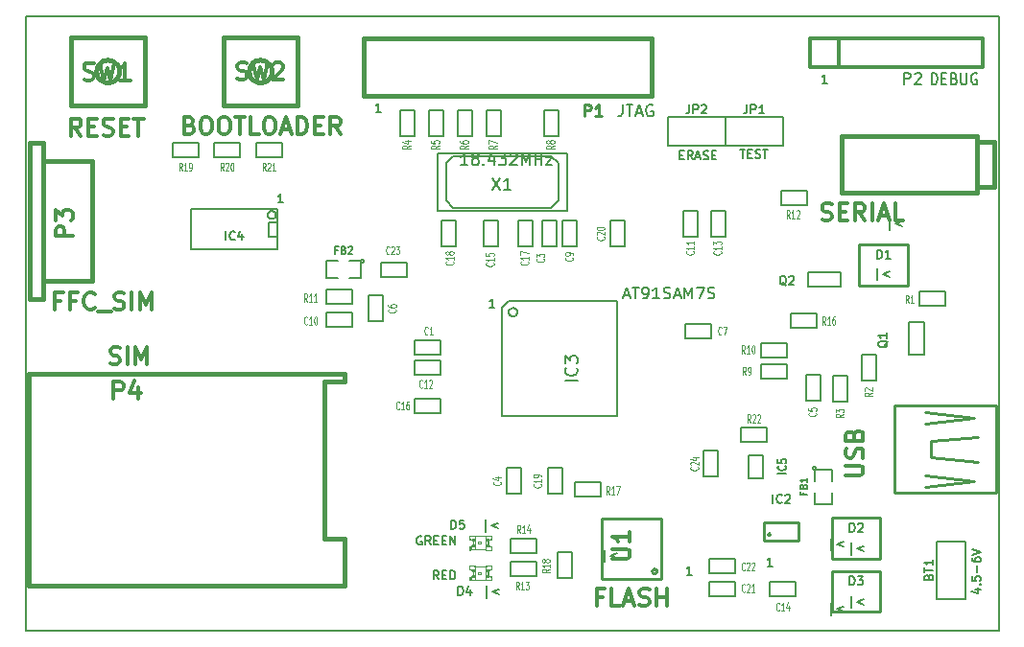
<source format=gto>
G04 (created by PCBNEW-RS274X (2011-06-08)-testing) date Sa 02 Jul 2011 20:51:35 CEST*
G01*
G70*
G90*
%MOIN*%
G04 Gerber Fmt 3.4, Leading zero omitted, Abs format*
%FSLAX34Y34*%
G04 APERTURE LIST*
%ADD10C,0.006000*%
%ADD11C,0.005900*%
%ADD12C,0.007500*%
%ADD13C,0.008000*%
%ADD14C,0.015000*%
%ADD15C,0.005000*%
%ADD16C,0.012000*%
%ADD17C,0.010000*%
%ADD18C,0.006500*%
%ADD19C,0.002600*%
%ADD20C,0.004000*%
%ADD21C,0.002000*%
%ADD22C,0.004500*%
G04 APERTURE END LIST*
G54D10*
X34565Y-53920D02*
X34565Y-53493D01*
X35007Y-53621D02*
X34779Y-53707D01*
X35007Y-53792D01*
X42415Y-55770D02*
X42415Y-55343D01*
X42857Y-55471D02*
X42629Y-55557D01*
X42857Y-55642D01*
X42415Y-53520D02*
X42415Y-53093D01*
X42857Y-53221D02*
X42629Y-53307D01*
X42857Y-53392D01*
X44465Y-42370D02*
X44465Y-41943D01*
X44907Y-42071D02*
X44679Y-42157D01*
X44907Y-42242D01*
G54D11*
X44015Y-44121D02*
X44015Y-43693D01*
X44458Y-43821D02*
X44229Y-43907D01*
X44458Y-43993D01*
X43115Y-55521D02*
X43115Y-55093D01*
X43558Y-55221D02*
X43329Y-55307D01*
X43558Y-55393D01*
X43115Y-53671D02*
X43115Y-53243D01*
X43558Y-53371D02*
X43329Y-53457D01*
X43558Y-53543D01*
X40386Y-54071D02*
X40215Y-54071D01*
X40300Y-54071D02*
X40300Y-53772D01*
X40272Y-53814D01*
X40243Y-53843D01*
X40215Y-53857D01*
X30465Y-55170D02*
X30465Y-54743D01*
X30907Y-54871D02*
X30679Y-54957D01*
X30907Y-55042D01*
X30415Y-52870D02*
X30415Y-52443D01*
X30857Y-52571D02*
X30629Y-52657D01*
X30857Y-52742D01*
X37586Y-54371D02*
X37414Y-54371D01*
X37500Y-54371D02*
X37500Y-54071D01*
X37471Y-54114D01*
X37443Y-54143D01*
X37414Y-54157D01*
G54D12*
X23386Y-41421D02*
X23214Y-41421D01*
X23300Y-41421D02*
X23300Y-41121D01*
X23271Y-41164D01*
X23243Y-41193D01*
X23214Y-41207D01*
X30736Y-45071D02*
X30564Y-45071D01*
X30650Y-45071D02*
X30650Y-44771D01*
X30621Y-44814D01*
X30593Y-44843D01*
X30564Y-44857D01*
X42286Y-37271D02*
X42114Y-37271D01*
X42200Y-37271D02*
X42200Y-36971D01*
X42171Y-37014D01*
X42143Y-37043D01*
X42114Y-37057D01*
G54D11*
X26786Y-38271D02*
X26614Y-38271D01*
X26700Y-38271D02*
X26700Y-37971D01*
X26671Y-38014D01*
X26643Y-38043D01*
X26614Y-38057D01*
G54D13*
X14450Y-56300D02*
X14450Y-34950D01*
X48250Y-56300D02*
X14450Y-56300D01*
X48250Y-34950D02*
X48250Y-56300D01*
X15250Y-34950D02*
X48250Y-34950D01*
X14450Y-34950D02*
X15250Y-34950D01*
G54D14*
X15057Y-39963D02*
X16750Y-39963D01*
X16750Y-39963D02*
X16750Y-44137D01*
X16750Y-44137D02*
X15057Y-44137D01*
X14585Y-39333D02*
X15057Y-39333D01*
X14585Y-44767D02*
X15057Y-44767D01*
X14585Y-39333D02*
X14585Y-44767D01*
X15057Y-44767D02*
X15057Y-39333D01*
X47512Y-40887D02*
X48103Y-40887D01*
X48103Y-40887D02*
X48103Y-39313D01*
X48103Y-39313D02*
X47512Y-39313D01*
X47512Y-41084D02*
X42788Y-41084D01*
X42788Y-41084D02*
X42788Y-39116D01*
X42788Y-39116D02*
X47512Y-39116D01*
X47512Y-39116D02*
X47512Y-41084D01*
X36200Y-37700D02*
X26200Y-37700D01*
X36200Y-35700D02*
X26200Y-35700D01*
X26200Y-35700D02*
X26200Y-37700D01*
X36202Y-37700D02*
X36202Y-35700D01*
G54D10*
X36750Y-39450D02*
X36750Y-38450D01*
X36750Y-38450D02*
X38750Y-38450D01*
X38750Y-38450D02*
X38750Y-39450D01*
X38750Y-39450D02*
X36750Y-39450D01*
X38750Y-39450D02*
X38750Y-38450D01*
X38750Y-38450D02*
X40750Y-38450D01*
X40750Y-38450D02*
X40750Y-39450D01*
X40750Y-39450D02*
X38750Y-39450D01*
X46100Y-53200D02*
X47100Y-53200D01*
X47100Y-53200D02*
X47100Y-55200D01*
X47100Y-55200D02*
X46100Y-55200D01*
X46100Y-55200D02*
X46100Y-53200D01*
G54D13*
X32950Y-41350D02*
X32950Y-40050D01*
X32950Y-40050D02*
X32700Y-39800D01*
X32700Y-39800D02*
X29300Y-39800D01*
X29300Y-39800D02*
X29050Y-40050D01*
X29050Y-40050D02*
X29050Y-41350D01*
X29050Y-41350D02*
X29300Y-41600D01*
X29300Y-41600D02*
X32700Y-41600D01*
X32700Y-41600D02*
X32950Y-41350D01*
X28750Y-41700D02*
X28750Y-39700D01*
X28750Y-39700D02*
X33250Y-39700D01*
X33250Y-39700D02*
X33250Y-41700D01*
X33250Y-41700D02*
X28750Y-41700D01*
G54D15*
X33428Y-53586D02*
X33428Y-54486D01*
X33428Y-54486D02*
X32928Y-54486D01*
X32928Y-54486D02*
X32928Y-53586D01*
X32928Y-53586D02*
X33428Y-53586D01*
X33537Y-51150D02*
X34437Y-51150D01*
X34437Y-51150D02*
X34437Y-51650D01*
X34437Y-51650D02*
X33537Y-51650D01*
X33537Y-51650D02*
X33537Y-51150D01*
X41945Y-45787D02*
X41045Y-45787D01*
X41045Y-45787D02*
X41045Y-45287D01*
X41045Y-45287D02*
X41945Y-45287D01*
X41945Y-45287D02*
X41945Y-45787D01*
X32200Y-53600D02*
X31300Y-53600D01*
X31300Y-53600D02*
X31300Y-53100D01*
X31300Y-53100D02*
X32200Y-53100D01*
X32200Y-53100D02*
X32200Y-53600D01*
X32200Y-54400D02*
X31300Y-54400D01*
X31300Y-54400D02*
X31300Y-53900D01*
X31300Y-53900D02*
X32200Y-53900D01*
X32200Y-53900D02*
X32200Y-54400D01*
X40692Y-41017D02*
X41592Y-41017D01*
X41592Y-41017D02*
X41592Y-41517D01*
X41592Y-41517D02*
X40692Y-41517D01*
X40692Y-41517D02*
X40692Y-41017D01*
X24900Y-44450D02*
X25800Y-44450D01*
X25800Y-44450D02*
X25800Y-44950D01*
X25800Y-44950D02*
X24900Y-44950D01*
X24900Y-44950D02*
X24900Y-44450D01*
X40000Y-46300D02*
X40900Y-46300D01*
X40900Y-46300D02*
X40900Y-46800D01*
X40900Y-46800D02*
X40000Y-46800D01*
X40000Y-46800D02*
X40000Y-46300D01*
X40000Y-47050D02*
X40900Y-47050D01*
X40900Y-47050D02*
X40900Y-47550D01*
X40900Y-47550D02*
X40000Y-47550D01*
X40000Y-47550D02*
X40000Y-47050D01*
X32950Y-38200D02*
X32950Y-39100D01*
X32950Y-39100D02*
X32450Y-39100D01*
X32450Y-39100D02*
X32450Y-38200D01*
X32450Y-38200D02*
X32950Y-38200D01*
X30950Y-38200D02*
X30950Y-39100D01*
X30950Y-39100D02*
X30450Y-39100D01*
X30450Y-39100D02*
X30450Y-38200D01*
X30450Y-38200D02*
X30950Y-38200D01*
X29950Y-38200D02*
X29950Y-39100D01*
X29950Y-39100D02*
X29450Y-39100D01*
X29450Y-39100D02*
X29450Y-38200D01*
X29450Y-38200D02*
X29950Y-38200D01*
X28950Y-38200D02*
X28950Y-39100D01*
X28950Y-39100D02*
X28450Y-39100D01*
X28450Y-39100D02*
X28450Y-38200D01*
X28450Y-38200D02*
X28950Y-38200D01*
X27950Y-38200D02*
X27950Y-39100D01*
X27950Y-39100D02*
X27450Y-39100D01*
X27450Y-39100D02*
X27450Y-38200D01*
X27450Y-38200D02*
X27950Y-38200D01*
X42500Y-48350D02*
X42500Y-47450D01*
X42500Y-47450D02*
X43000Y-47450D01*
X43000Y-47450D02*
X43000Y-48350D01*
X43000Y-48350D02*
X42500Y-48350D01*
X43500Y-47600D02*
X43500Y-46700D01*
X43500Y-46700D02*
X44000Y-46700D01*
X44000Y-46700D02*
X44000Y-47600D01*
X44000Y-47600D02*
X43500Y-47600D01*
X46400Y-45000D02*
X45500Y-45000D01*
X45500Y-45000D02*
X45500Y-44500D01*
X45500Y-44500D02*
X46400Y-44500D01*
X46400Y-44500D02*
X46400Y-45000D01*
X27701Y-44013D02*
X26801Y-44013D01*
X26801Y-44013D02*
X26801Y-43513D01*
X26801Y-43513D02*
X27701Y-43513D01*
X27701Y-43513D02*
X27701Y-44013D01*
X38200Y-53800D02*
X39100Y-53800D01*
X39100Y-53800D02*
X39100Y-54300D01*
X39100Y-54300D02*
X38200Y-54300D01*
X38200Y-54300D02*
X38200Y-53800D01*
X38198Y-54607D02*
X39098Y-54607D01*
X39098Y-54607D02*
X39098Y-55107D01*
X39098Y-55107D02*
X38198Y-55107D01*
X38198Y-55107D02*
X38198Y-54607D01*
X34765Y-42935D02*
X34765Y-42035D01*
X34765Y-42035D02*
X35265Y-42035D01*
X35265Y-42035D02*
X35265Y-42935D01*
X35265Y-42935D02*
X34765Y-42935D01*
X33100Y-50650D02*
X33100Y-51550D01*
X33100Y-51550D02*
X32600Y-51550D01*
X32600Y-51550D02*
X32600Y-50650D01*
X32600Y-50650D02*
X33100Y-50650D01*
X29400Y-42050D02*
X29400Y-42950D01*
X29400Y-42950D02*
X28900Y-42950D01*
X28900Y-42950D02*
X28900Y-42050D01*
X28900Y-42050D02*
X29400Y-42050D01*
X31550Y-42950D02*
X31550Y-42050D01*
X31550Y-42050D02*
X32050Y-42050D01*
X32050Y-42050D02*
X32050Y-42950D01*
X32050Y-42950D02*
X31550Y-42950D01*
X28850Y-48750D02*
X27950Y-48750D01*
X27950Y-48750D02*
X27950Y-48250D01*
X27950Y-48250D02*
X28850Y-48250D01*
X28850Y-48250D02*
X28850Y-48750D01*
X30350Y-42950D02*
X30350Y-42050D01*
X30350Y-42050D02*
X30850Y-42050D01*
X30850Y-42050D02*
X30850Y-42950D01*
X30850Y-42950D02*
X30350Y-42950D01*
X41200Y-55100D02*
X40300Y-55100D01*
X40300Y-55100D02*
X40300Y-54600D01*
X40300Y-54600D02*
X41200Y-54600D01*
X41200Y-54600D02*
X41200Y-55100D01*
X38250Y-42600D02*
X38250Y-41700D01*
X38250Y-41700D02*
X38750Y-41700D01*
X38750Y-41700D02*
X38750Y-42600D01*
X38750Y-42600D02*
X38250Y-42600D01*
X28850Y-47400D02*
X27950Y-47400D01*
X27950Y-47400D02*
X27950Y-46900D01*
X27950Y-46900D02*
X28850Y-46900D01*
X28850Y-46900D02*
X28850Y-47400D01*
X37300Y-42600D02*
X37300Y-41700D01*
X37300Y-41700D02*
X37800Y-41700D01*
X37800Y-41700D02*
X37800Y-42600D01*
X37800Y-42600D02*
X37300Y-42600D01*
X25800Y-45750D02*
X24900Y-45750D01*
X24900Y-45750D02*
X24900Y-45250D01*
X24900Y-45250D02*
X25800Y-45250D01*
X25800Y-45250D02*
X25800Y-45750D01*
X33100Y-42950D02*
X33100Y-42050D01*
X33100Y-42050D02*
X33600Y-42050D01*
X33600Y-42050D02*
X33600Y-42950D01*
X33600Y-42950D02*
X33100Y-42950D01*
X37350Y-45650D02*
X38250Y-45650D01*
X38250Y-45650D02*
X38250Y-46150D01*
X38250Y-46150D02*
X37350Y-46150D01*
X37350Y-46150D02*
X37350Y-45650D01*
X26350Y-45550D02*
X26350Y-44650D01*
X26350Y-44650D02*
X26850Y-44650D01*
X26850Y-44650D02*
X26850Y-45550D01*
X26850Y-45550D02*
X26350Y-45550D01*
X41550Y-48300D02*
X41550Y-47400D01*
X41550Y-47400D02*
X42050Y-47400D01*
X42050Y-47400D02*
X42050Y-48300D01*
X42050Y-48300D02*
X41550Y-48300D01*
X31670Y-50659D02*
X31670Y-51559D01*
X31670Y-51559D02*
X31170Y-51559D01*
X31170Y-51559D02*
X31170Y-50659D01*
X31170Y-50659D02*
X31670Y-50659D01*
X32397Y-42954D02*
X32397Y-42054D01*
X32397Y-42054D02*
X32897Y-42054D01*
X32897Y-42054D02*
X32897Y-42954D01*
X32897Y-42954D02*
X32397Y-42954D01*
X28850Y-46700D02*
X27950Y-46700D01*
X27950Y-46700D02*
X27950Y-46200D01*
X27950Y-46200D02*
X28850Y-46200D01*
X28850Y-46200D02*
X28850Y-46700D01*
X26195Y-43453D02*
X26194Y-43462D01*
X26191Y-43472D01*
X26186Y-43480D01*
X26180Y-43488D01*
X26172Y-43494D01*
X26164Y-43499D01*
X26155Y-43501D01*
X26145Y-43502D01*
X26136Y-43502D01*
X26127Y-43499D01*
X26118Y-43494D01*
X26111Y-43488D01*
X26104Y-43481D01*
X26100Y-43472D01*
X26097Y-43463D01*
X26096Y-43453D01*
X26096Y-43444D01*
X26099Y-43435D01*
X26103Y-43426D01*
X26110Y-43419D01*
X26117Y-43412D01*
X26125Y-43408D01*
X26135Y-43405D01*
X26144Y-43404D01*
X26153Y-43404D01*
X26163Y-43407D01*
X26171Y-43411D01*
X26179Y-43417D01*
X26185Y-43425D01*
X26190Y-43433D01*
X26193Y-43442D01*
X26194Y-43452D01*
X26195Y-43453D01*
X25695Y-43453D02*
X26095Y-43453D01*
X26095Y-43453D02*
X26095Y-44053D01*
X26095Y-44053D02*
X25695Y-44053D01*
X25295Y-44053D02*
X24895Y-44053D01*
X24895Y-44053D02*
X24895Y-43453D01*
X24895Y-43453D02*
X25295Y-43453D01*
X41900Y-50650D02*
X41899Y-50659D01*
X41896Y-50669D01*
X41891Y-50677D01*
X41885Y-50685D01*
X41877Y-50691D01*
X41869Y-50696D01*
X41860Y-50698D01*
X41850Y-50699D01*
X41841Y-50699D01*
X41832Y-50696D01*
X41823Y-50691D01*
X41816Y-50685D01*
X41809Y-50678D01*
X41805Y-50669D01*
X41802Y-50660D01*
X41801Y-50650D01*
X41801Y-50641D01*
X41804Y-50632D01*
X41808Y-50623D01*
X41815Y-50616D01*
X41822Y-50609D01*
X41830Y-50605D01*
X41840Y-50602D01*
X41849Y-50601D01*
X41858Y-50601D01*
X41868Y-50604D01*
X41876Y-50608D01*
X41884Y-50614D01*
X41890Y-50622D01*
X41895Y-50630D01*
X41898Y-50639D01*
X41899Y-50649D01*
X41900Y-50650D01*
X41850Y-51100D02*
X41850Y-50700D01*
X41850Y-50700D02*
X42450Y-50700D01*
X42450Y-50700D02*
X42450Y-51100D01*
X42450Y-51500D02*
X42450Y-51900D01*
X42450Y-51900D02*
X41850Y-51900D01*
X41850Y-51900D02*
X41850Y-51500D01*
G54D13*
X31532Y-45232D02*
X31529Y-45261D01*
X31520Y-45289D01*
X31506Y-45315D01*
X31488Y-45337D01*
X31465Y-45356D01*
X31440Y-45370D01*
X31412Y-45378D01*
X31383Y-45381D01*
X31354Y-45379D01*
X31326Y-45371D01*
X31300Y-45357D01*
X31278Y-45339D01*
X31259Y-45316D01*
X31245Y-45291D01*
X31236Y-45263D01*
X31233Y-45234D01*
X31235Y-45205D01*
X31243Y-45177D01*
X31256Y-45151D01*
X31275Y-45128D01*
X31297Y-45109D01*
X31322Y-45095D01*
X31350Y-45086D01*
X31379Y-45083D01*
X31408Y-45085D01*
X31436Y-45093D01*
X31462Y-45106D01*
X31485Y-45124D01*
X31504Y-45146D01*
X31519Y-45171D01*
X31528Y-45199D01*
X31531Y-45228D01*
X31532Y-45232D01*
X34982Y-48832D02*
X34982Y-44832D01*
X34982Y-44832D02*
X31232Y-44832D01*
X31232Y-44832D02*
X30982Y-45082D01*
X30982Y-45082D02*
X30982Y-48832D01*
X30982Y-48832D02*
X34982Y-48832D01*
G54D16*
X41700Y-36700D02*
X41700Y-35700D01*
X41700Y-35700D02*
X47700Y-35700D01*
X47700Y-35700D02*
X47700Y-36700D01*
X47700Y-36700D02*
X41700Y-36700D01*
X42700Y-36700D02*
X42700Y-35700D01*
G54D15*
X42771Y-43844D02*
X42771Y-44356D01*
X42771Y-44356D02*
X41629Y-44356D01*
X41629Y-44356D02*
X41629Y-43844D01*
X41629Y-43844D02*
X42771Y-43844D01*
X45144Y-45579D02*
X45656Y-45579D01*
X45656Y-45579D02*
X45656Y-46721D01*
X45656Y-46721D02*
X45144Y-46721D01*
X45144Y-46721D02*
X45144Y-45579D01*
G54D14*
X17694Y-36850D02*
X17686Y-36926D01*
X17664Y-37000D01*
X17628Y-37068D01*
X17579Y-37127D01*
X17520Y-37176D01*
X17452Y-37213D01*
X17379Y-37235D01*
X17302Y-37243D01*
X17227Y-37237D01*
X17153Y-37215D01*
X17085Y-37179D01*
X17025Y-37131D01*
X16975Y-37072D01*
X16938Y-37005D01*
X16915Y-36931D01*
X16907Y-36855D01*
X16913Y-36779D01*
X16934Y-36705D01*
X16969Y-36637D01*
X17017Y-36577D01*
X17076Y-36527D01*
X17143Y-36489D01*
X17216Y-36466D01*
X17292Y-36457D01*
X17368Y-36462D01*
X17442Y-36483D01*
X17511Y-36518D01*
X17571Y-36565D01*
X17621Y-36623D01*
X17659Y-36690D01*
X17684Y-36763D01*
X17693Y-36839D01*
X17694Y-36850D01*
X18580Y-35669D02*
X16020Y-35669D01*
X16020Y-35669D02*
X16020Y-38031D01*
X16020Y-38031D02*
X18580Y-38031D01*
X18580Y-38031D02*
X18580Y-35669D01*
X22994Y-36850D02*
X22986Y-36926D01*
X22964Y-37000D01*
X22928Y-37068D01*
X22879Y-37127D01*
X22820Y-37176D01*
X22752Y-37213D01*
X22679Y-37235D01*
X22602Y-37243D01*
X22527Y-37237D01*
X22453Y-37215D01*
X22385Y-37179D01*
X22325Y-37131D01*
X22275Y-37072D01*
X22238Y-37005D01*
X22215Y-36931D01*
X22207Y-36855D01*
X22213Y-36779D01*
X22234Y-36705D01*
X22269Y-36637D01*
X22317Y-36577D01*
X22376Y-36527D01*
X22443Y-36489D01*
X22516Y-36466D01*
X22592Y-36457D01*
X22668Y-36462D01*
X22742Y-36483D01*
X22811Y-36518D01*
X22871Y-36565D01*
X22921Y-36623D01*
X22959Y-36690D01*
X22984Y-36763D01*
X22993Y-36839D01*
X22994Y-36850D01*
X23880Y-35669D02*
X21320Y-35669D01*
X21320Y-35669D02*
X21320Y-38031D01*
X21320Y-38031D02*
X23880Y-38031D01*
X23880Y-38031D02*
X23880Y-35669D01*
G54D17*
X47540Y-50433D02*
X45886Y-50276D01*
X45886Y-50276D02*
X45886Y-49724D01*
X45886Y-49724D02*
X47540Y-49567D01*
X45689Y-49094D02*
X47382Y-48898D01*
X47382Y-48898D02*
X45689Y-48701D01*
X45689Y-51299D02*
X47382Y-51102D01*
X47382Y-51102D02*
X45689Y-50906D01*
X48170Y-51516D02*
X48170Y-48484D01*
X48170Y-48484D02*
X44626Y-48484D01*
X44626Y-48484D02*
X44626Y-51516D01*
X44626Y-51516D02*
X48170Y-51516D01*
G54D14*
X25541Y-53097D02*
X24824Y-53097D01*
X24824Y-53097D02*
X24824Y-47637D01*
X24824Y-47637D02*
X25541Y-47637D01*
X25541Y-47637D02*
X25541Y-47369D01*
X25541Y-47369D02*
X14576Y-47369D01*
X14576Y-47369D02*
X14576Y-51215D01*
X14576Y-51215D02*
X14576Y-54731D01*
X14576Y-54731D02*
X25541Y-54731D01*
X25541Y-54731D02*
X25541Y-53097D01*
G54D18*
X20200Y-43050D02*
X23200Y-43050D01*
X23200Y-41650D02*
X20200Y-41650D01*
X20200Y-43050D02*
X20200Y-41650D01*
G54D10*
X23200Y-41650D02*
X23200Y-43050D01*
G54D15*
X23141Y-41850D02*
X23138Y-41877D01*
X23130Y-41903D01*
X23117Y-41928D01*
X23100Y-41949D01*
X23078Y-41966D01*
X23054Y-41979D01*
X23028Y-41988D01*
X23000Y-41990D01*
X22974Y-41988D01*
X22948Y-41980D01*
X22923Y-41967D01*
X22902Y-41950D01*
X22884Y-41929D01*
X22871Y-41905D01*
X22863Y-41879D01*
X22860Y-41851D01*
X22862Y-41825D01*
X22869Y-41799D01*
X22882Y-41774D01*
X22899Y-41753D01*
X22920Y-41735D01*
X22944Y-41721D01*
X22970Y-41713D01*
X22998Y-41710D01*
X23024Y-41712D01*
X23050Y-41719D01*
X23075Y-41731D01*
X23097Y-41748D01*
X23115Y-41769D01*
X23128Y-41793D01*
X23137Y-41819D01*
X23140Y-41847D01*
X23141Y-41850D01*
X23200Y-42600D02*
X22900Y-42600D01*
X22900Y-42600D02*
X22900Y-42100D01*
X22900Y-42100D02*
X23200Y-42100D01*
X40200Y-49750D02*
X39300Y-49750D01*
X39300Y-49750D02*
X39300Y-49250D01*
X39300Y-49250D02*
X40200Y-49250D01*
X40200Y-49250D02*
X40200Y-49750D01*
X23350Y-39850D02*
X22450Y-39850D01*
X22450Y-39850D02*
X22450Y-39350D01*
X22450Y-39350D02*
X23350Y-39350D01*
X23350Y-39350D02*
X23350Y-39850D01*
X21000Y-39350D02*
X21900Y-39350D01*
X21900Y-39350D02*
X21900Y-39850D01*
X21900Y-39850D02*
X21000Y-39850D01*
X21000Y-39850D02*
X21000Y-39350D01*
X19550Y-39350D02*
X20450Y-39350D01*
X20450Y-39350D02*
X20450Y-39850D01*
X20450Y-39850D02*
X19550Y-39850D01*
X19550Y-39850D02*
X19550Y-39350D01*
X38500Y-50050D02*
X38500Y-50950D01*
X38500Y-50950D02*
X38000Y-50950D01*
X38000Y-50950D02*
X38000Y-50050D01*
X38000Y-50050D02*
X38500Y-50050D01*
G54D10*
X40050Y-51000D02*
X40050Y-50200D01*
X40050Y-50200D02*
X39550Y-50200D01*
X39550Y-50200D02*
X39550Y-51000D01*
X39550Y-51000D02*
X40050Y-51000D01*
G54D17*
X40294Y-52948D02*
X40293Y-52953D01*
X40291Y-52958D01*
X40289Y-52962D01*
X40286Y-52967D01*
X40282Y-52970D01*
X40277Y-52972D01*
X40272Y-52974D01*
X40267Y-52974D01*
X40262Y-52974D01*
X40257Y-52973D01*
X40253Y-52970D01*
X40249Y-52967D01*
X40245Y-52963D01*
X40243Y-52958D01*
X40241Y-52953D01*
X40241Y-52948D01*
X40241Y-52944D01*
X40242Y-52939D01*
X40245Y-52934D01*
X40248Y-52930D01*
X40252Y-52926D01*
X40257Y-52924D01*
X40262Y-52922D01*
X40267Y-52922D01*
X40271Y-52922D01*
X40276Y-52923D01*
X40281Y-52926D01*
X40285Y-52929D01*
X40289Y-52933D01*
X40291Y-52938D01*
X40293Y-52943D01*
X40293Y-52948D01*
X40294Y-52948D01*
X40109Y-52535D02*
X41291Y-52535D01*
X41291Y-52535D02*
X41291Y-53165D01*
X41291Y-53165D02*
X40109Y-53165D01*
X40109Y-53165D02*
X40109Y-52535D01*
X45096Y-44309D02*
X43404Y-44309D01*
X43404Y-44309D02*
X43404Y-42891D01*
X43404Y-42891D02*
X45096Y-42891D01*
X45096Y-42891D02*
X45096Y-44309D01*
G54D19*
X30054Y-54182D02*
X30054Y-54054D01*
X30054Y-54054D02*
X29857Y-54054D01*
X29857Y-54182D02*
X29857Y-54054D01*
X30054Y-54182D02*
X29857Y-54182D01*
X30054Y-54427D02*
X30054Y-54368D01*
X30054Y-54368D02*
X29955Y-54368D01*
X29955Y-54427D02*
X29955Y-54368D01*
X30054Y-54427D02*
X29955Y-54427D01*
X30054Y-54232D02*
X30054Y-54173D01*
X30054Y-54173D02*
X29955Y-54173D01*
X29955Y-54232D02*
X29955Y-54173D01*
X30054Y-54232D02*
X29955Y-54232D01*
X30054Y-54378D02*
X30054Y-54222D01*
X30054Y-54222D02*
X29985Y-54222D01*
X29985Y-54378D02*
X29985Y-54222D01*
X30054Y-54378D02*
X29985Y-54378D01*
X30643Y-54182D02*
X30643Y-54054D01*
X30643Y-54054D02*
X30446Y-54054D01*
X30446Y-54182D02*
X30446Y-54054D01*
X30643Y-54182D02*
X30446Y-54182D01*
X30643Y-54546D02*
X30643Y-54418D01*
X30643Y-54418D02*
X30446Y-54418D01*
X30446Y-54546D02*
X30446Y-54418D01*
X30643Y-54546D02*
X30446Y-54546D01*
X30545Y-54232D02*
X30545Y-54173D01*
X30545Y-54173D02*
X30446Y-54173D01*
X30446Y-54232D02*
X30446Y-54173D01*
X30545Y-54232D02*
X30446Y-54232D01*
X30545Y-54427D02*
X30545Y-54368D01*
X30545Y-54368D02*
X30446Y-54368D01*
X30446Y-54427D02*
X30446Y-54368D01*
X30545Y-54427D02*
X30446Y-54427D01*
X30515Y-54378D02*
X30515Y-54222D01*
X30515Y-54222D02*
X30446Y-54222D01*
X30446Y-54378D02*
X30446Y-54222D01*
X30515Y-54378D02*
X30446Y-54378D01*
X30250Y-54339D02*
X30250Y-54261D01*
X30250Y-54261D02*
X30172Y-54261D01*
X30172Y-54339D02*
X30172Y-54261D01*
X30250Y-54339D02*
X30172Y-54339D01*
X30054Y-54536D02*
X30054Y-54418D01*
X30054Y-54418D02*
X29936Y-54418D01*
X29936Y-54536D02*
X29936Y-54418D01*
X30054Y-54536D02*
X29936Y-54536D01*
X29886Y-54546D02*
X29886Y-54457D01*
X29886Y-54457D02*
X29857Y-54457D01*
X29857Y-54546D02*
X29857Y-54457D01*
X29886Y-54546D02*
X29857Y-54546D01*
G54D20*
X30044Y-54074D02*
X30456Y-54074D01*
X30446Y-54526D02*
X29886Y-54526D01*
G54D21*
X29944Y-54477D02*
X29943Y-54482D01*
X29941Y-54487D01*
X29939Y-54492D01*
X29935Y-54496D01*
X29931Y-54500D01*
X29926Y-54502D01*
X29921Y-54504D01*
X29916Y-54504D01*
X29911Y-54504D01*
X29906Y-54502D01*
X29901Y-54500D01*
X29897Y-54497D01*
X29893Y-54492D01*
X29891Y-54488D01*
X29889Y-54482D01*
X29889Y-54477D01*
X29889Y-54472D01*
X29890Y-54467D01*
X29893Y-54462D01*
X29896Y-54458D01*
X29901Y-54455D01*
X29905Y-54452D01*
X29910Y-54450D01*
X29916Y-54450D01*
X29920Y-54450D01*
X29926Y-54451D01*
X29931Y-54454D01*
X29935Y-54457D01*
X29938Y-54461D01*
X29941Y-54466D01*
X29943Y-54471D01*
X29943Y-54477D01*
X29944Y-54477D01*
G54D20*
X29857Y-54437D02*
X29868Y-54436D01*
X29880Y-54434D01*
X29892Y-54432D01*
X29903Y-54428D01*
X29914Y-54424D01*
X29925Y-54418D01*
X29935Y-54412D01*
X29945Y-54404D01*
X29953Y-54396D01*
X29961Y-54388D01*
X29969Y-54378D01*
X29975Y-54368D01*
X29981Y-54357D01*
X29985Y-54346D01*
X29989Y-54335D01*
X29991Y-54323D01*
X29993Y-54311D01*
X29994Y-54300D01*
X29993Y-54289D01*
X29991Y-54277D01*
X29989Y-54265D01*
X29985Y-54254D01*
X29981Y-54243D01*
X29975Y-54232D01*
X29969Y-54222D01*
X29961Y-54212D01*
X29953Y-54204D01*
X29945Y-54196D01*
X29935Y-54188D01*
X29925Y-54182D01*
X29914Y-54176D01*
X29903Y-54172D01*
X29892Y-54168D01*
X29880Y-54166D01*
X29868Y-54164D01*
X29857Y-54163D01*
X30643Y-54163D02*
X30632Y-54164D01*
X30620Y-54166D01*
X30608Y-54168D01*
X30597Y-54172D01*
X30586Y-54176D01*
X30575Y-54182D01*
X30565Y-54188D01*
X30555Y-54196D01*
X30547Y-54204D01*
X30539Y-54212D01*
X30531Y-54222D01*
X30525Y-54232D01*
X30519Y-54243D01*
X30515Y-54254D01*
X30511Y-54265D01*
X30509Y-54277D01*
X30507Y-54289D01*
X30506Y-54300D01*
X30507Y-54311D01*
X30509Y-54323D01*
X30511Y-54335D01*
X30515Y-54346D01*
X30519Y-54357D01*
X30525Y-54368D01*
X30531Y-54378D01*
X30539Y-54388D01*
X30547Y-54396D01*
X30555Y-54404D01*
X30565Y-54412D01*
X30575Y-54418D01*
X30586Y-54424D01*
X30597Y-54428D01*
X30608Y-54432D01*
X30620Y-54434D01*
X30632Y-54436D01*
X30643Y-54437D01*
G54D19*
X30054Y-53132D02*
X30054Y-53004D01*
X30054Y-53004D02*
X29857Y-53004D01*
X29857Y-53132D02*
X29857Y-53004D01*
X30054Y-53132D02*
X29857Y-53132D01*
X30054Y-53377D02*
X30054Y-53318D01*
X30054Y-53318D02*
X29955Y-53318D01*
X29955Y-53377D02*
X29955Y-53318D01*
X30054Y-53377D02*
X29955Y-53377D01*
X30054Y-53182D02*
X30054Y-53123D01*
X30054Y-53123D02*
X29955Y-53123D01*
X29955Y-53182D02*
X29955Y-53123D01*
X30054Y-53182D02*
X29955Y-53182D01*
X30054Y-53328D02*
X30054Y-53172D01*
X30054Y-53172D02*
X29985Y-53172D01*
X29985Y-53328D02*
X29985Y-53172D01*
X30054Y-53328D02*
X29985Y-53328D01*
X30643Y-53132D02*
X30643Y-53004D01*
X30643Y-53004D02*
X30446Y-53004D01*
X30446Y-53132D02*
X30446Y-53004D01*
X30643Y-53132D02*
X30446Y-53132D01*
X30643Y-53496D02*
X30643Y-53368D01*
X30643Y-53368D02*
X30446Y-53368D01*
X30446Y-53496D02*
X30446Y-53368D01*
X30643Y-53496D02*
X30446Y-53496D01*
X30545Y-53182D02*
X30545Y-53123D01*
X30545Y-53123D02*
X30446Y-53123D01*
X30446Y-53182D02*
X30446Y-53123D01*
X30545Y-53182D02*
X30446Y-53182D01*
X30545Y-53377D02*
X30545Y-53318D01*
X30545Y-53318D02*
X30446Y-53318D01*
X30446Y-53377D02*
X30446Y-53318D01*
X30545Y-53377D02*
X30446Y-53377D01*
X30515Y-53328D02*
X30515Y-53172D01*
X30515Y-53172D02*
X30446Y-53172D01*
X30446Y-53328D02*
X30446Y-53172D01*
X30515Y-53328D02*
X30446Y-53328D01*
X30250Y-53289D02*
X30250Y-53211D01*
X30250Y-53211D02*
X30172Y-53211D01*
X30172Y-53289D02*
X30172Y-53211D01*
X30250Y-53289D02*
X30172Y-53289D01*
X30054Y-53486D02*
X30054Y-53368D01*
X30054Y-53368D02*
X29936Y-53368D01*
X29936Y-53486D02*
X29936Y-53368D01*
X30054Y-53486D02*
X29936Y-53486D01*
X29886Y-53496D02*
X29886Y-53407D01*
X29886Y-53407D02*
X29857Y-53407D01*
X29857Y-53496D02*
X29857Y-53407D01*
X29886Y-53496D02*
X29857Y-53496D01*
G54D20*
X30044Y-53024D02*
X30456Y-53024D01*
X30446Y-53476D02*
X29886Y-53476D01*
G54D21*
X29944Y-53427D02*
X29943Y-53432D01*
X29941Y-53437D01*
X29939Y-53442D01*
X29935Y-53446D01*
X29931Y-53450D01*
X29926Y-53452D01*
X29921Y-53454D01*
X29916Y-53454D01*
X29911Y-53454D01*
X29906Y-53452D01*
X29901Y-53450D01*
X29897Y-53447D01*
X29893Y-53442D01*
X29891Y-53438D01*
X29889Y-53432D01*
X29889Y-53427D01*
X29889Y-53422D01*
X29890Y-53417D01*
X29893Y-53412D01*
X29896Y-53408D01*
X29901Y-53405D01*
X29905Y-53402D01*
X29910Y-53400D01*
X29916Y-53400D01*
X29920Y-53400D01*
X29926Y-53401D01*
X29931Y-53404D01*
X29935Y-53407D01*
X29938Y-53411D01*
X29941Y-53416D01*
X29943Y-53421D01*
X29943Y-53427D01*
X29944Y-53427D01*
G54D20*
X29857Y-53387D02*
X29868Y-53386D01*
X29880Y-53384D01*
X29892Y-53382D01*
X29903Y-53378D01*
X29914Y-53374D01*
X29925Y-53368D01*
X29935Y-53362D01*
X29945Y-53354D01*
X29953Y-53346D01*
X29961Y-53338D01*
X29969Y-53328D01*
X29975Y-53318D01*
X29981Y-53307D01*
X29985Y-53296D01*
X29989Y-53285D01*
X29991Y-53273D01*
X29993Y-53261D01*
X29994Y-53250D01*
X29993Y-53239D01*
X29991Y-53227D01*
X29989Y-53215D01*
X29985Y-53204D01*
X29981Y-53193D01*
X29975Y-53182D01*
X29969Y-53172D01*
X29961Y-53162D01*
X29953Y-53154D01*
X29945Y-53146D01*
X29935Y-53138D01*
X29925Y-53132D01*
X29914Y-53126D01*
X29903Y-53122D01*
X29892Y-53118D01*
X29880Y-53116D01*
X29868Y-53114D01*
X29857Y-53113D01*
X30643Y-53113D02*
X30632Y-53114D01*
X30620Y-53116D01*
X30608Y-53118D01*
X30597Y-53122D01*
X30586Y-53126D01*
X30575Y-53132D01*
X30565Y-53138D01*
X30555Y-53146D01*
X30547Y-53154D01*
X30539Y-53162D01*
X30531Y-53172D01*
X30525Y-53182D01*
X30519Y-53193D01*
X30515Y-53204D01*
X30511Y-53215D01*
X30509Y-53227D01*
X30507Y-53239D01*
X30506Y-53250D01*
X30507Y-53261D01*
X30509Y-53273D01*
X30511Y-53285D01*
X30515Y-53296D01*
X30519Y-53307D01*
X30525Y-53318D01*
X30531Y-53328D01*
X30539Y-53338D01*
X30547Y-53346D01*
X30555Y-53354D01*
X30565Y-53362D01*
X30575Y-53368D01*
X30586Y-53374D01*
X30597Y-53378D01*
X30608Y-53382D01*
X30620Y-53384D01*
X30632Y-53386D01*
X30643Y-53387D01*
G54D17*
X36366Y-54237D02*
X36364Y-54252D01*
X36360Y-54267D01*
X36352Y-54280D01*
X36343Y-54292D01*
X36331Y-54302D01*
X36317Y-54309D01*
X36302Y-54314D01*
X36287Y-54315D01*
X36273Y-54314D01*
X36258Y-54310D01*
X36244Y-54303D01*
X36232Y-54293D01*
X36222Y-54281D01*
X36215Y-54268D01*
X36210Y-54253D01*
X36209Y-54238D01*
X36210Y-54223D01*
X36214Y-54208D01*
X36221Y-54195D01*
X36231Y-54183D01*
X36242Y-54173D01*
X36256Y-54165D01*
X36271Y-54160D01*
X36286Y-54159D01*
X36300Y-54160D01*
X36315Y-54164D01*
X36329Y-54171D01*
X36341Y-54180D01*
X36351Y-54192D01*
X36359Y-54205D01*
X36364Y-54220D01*
X36365Y-54235D01*
X36366Y-54237D01*
X36543Y-52407D02*
X36543Y-54493D01*
X36543Y-54493D02*
X34457Y-54493D01*
X34457Y-54493D02*
X34457Y-52407D01*
X34457Y-52407D02*
X36543Y-52407D01*
X44146Y-53809D02*
X42454Y-53809D01*
X42454Y-53809D02*
X42454Y-52391D01*
X42454Y-52391D02*
X44146Y-52391D01*
X44146Y-52391D02*
X44146Y-53809D01*
X44146Y-55659D02*
X42454Y-55659D01*
X42454Y-55659D02*
X42454Y-54241D01*
X42454Y-54241D02*
X44146Y-54241D01*
X44146Y-54241D02*
X44146Y-55659D01*
G54D16*
X16093Y-42592D02*
X15493Y-42592D01*
X15493Y-42364D01*
X15521Y-42306D01*
X15550Y-42278D01*
X15607Y-42249D01*
X15693Y-42249D01*
X15750Y-42278D01*
X15779Y-42306D01*
X15807Y-42364D01*
X15807Y-42592D01*
X15493Y-42049D02*
X15493Y-41678D01*
X15721Y-41878D01*
X15721Y-41792D01*
X15750Y-41735D01*
X15779Y-41706D01*
X15836Y-41678D01*
X15979Y-41678D01*
X16036Y-41706D01*
X16064Y-41735D01*
X16093Y-41792D01*
X16093Y-41964D01*
X16064Y-42021D01*
X16036Y-42049D01*
X15679Y-44829D02*
X15479Y-44829D01*
X15479Y-45143D02*
X15479Y-44543D01*
X15765Y-44543D01*
X16193Y-44829D02*
X15993Y-44829D01*
X15993Y-45143D02*
X15993Y-44543D01*
X16279Y-44543D01*
X16850Y-45086D02*
X16821Y-45114D01*
X16735Y-45143D01*
X16678Y-45143D01*
X16593Y-45114D01*
X16535Y-45057D01*
X16507Y-45000D01*
X16478Y-44886D01*
X16478Y-44800D01*
X16507Y-44686D01*
X16535Y-44629D01*
X16593Y-44571D01*
X16678Y-44543D01*
X16735Y-44543D01*
X16821Y-44571D01*
X16850Y-44600D01*
X16964Y-45200D02*
X17421Y-45200D01*
X17535Y-45114D02*
X17621Y-45143D01*
X17764Y-45143D01*
X17821Y-45114D01*
X17850Y-45086D01*
X17878Y-45029D01*
X17878Y-44971D01*
X17850Y-44914D01*
X17821Y-44886D01*
X17764Y-44857D01*
X17650Y-44829D01*
X17592Y-44800D01*
X17564Y-44771D01*
X17535Y-44714D01*
X17535Y-44657D01*
X17564Y-44600D01*
X17592Y-44571D01*
X17650Y-44543D01*
X17792Y-44543D01*
X17878Y-44571D01*
X18135Y-45143D02*
X18135Y-44543D01*
X18421Y-45143D02*
X18421Y-44543D01*
X18621Y-44971D01*
X18821Y-44543D01*
X18821Y-45143D01*
X42114Y-42014D02*
X42200Y-42043D01*
X42343Y-42043D01*
X42400Y-42014D01*
X42429Y-41986D01*
X42457Y-41929D01*
X42457Y-41871D01*
X42429Y-41814D01*
X42400Y-41786D01*
X42343Y-41757D01*
X42229Y-41729D01*
X42171Y-41700D01*
X42143Y-41671D01*
X42114Y-41614D01*
X42114Y-41557D01*
X42143Y-41500D01*
X42171Y-41471D01*
X42229Y-41443D01*
X42371Y-41443D01*
X42457Y-41471D01*
X42714Y-41729D02*
X42914Y-41729D01*
X43000Y-42043D02*
X42714Y-42043D01*
X42714Y-41443D01*
X43000Y-41443D01*
X43600Y-42043D02*
X43400Y-41757D01*
X43257Y-42043D02*
X43257Y-41443D01*
X43485Y-41443D01*
X43543Y-41471D01*
X43571Y-41500D01*
X43600Y-41557D01*
X43600Y-41643D01*
X43571Y-41700D01*
X43543Y-41729D01*
X43485Y-41757D01*
X43257Y-41757D01*
X43857Y-42043D02*
X43857Y-41443D01*
X44114Y-41871D02*
X44400Y-41871D01*
X44057Y-42043D02*
X44257Y-41443D01*
X44457Y-42043D01*
X44943Y-42043D02*
X44657Y-42043D01*
X44657Y-41443D01*
G54D17*
X33855Y-38412D02*
X33855Y-38012D01*
X34008Y-38012D01*
X34046Y-38031D01*
X34065Y-38050D01*
X34084Y-38088D01*
X34084Y-38145D01*
X34065Y-38183D01*
X34046Y-38202D01*
X34008Y-38221D01*
X33855Y-38221D01*
X34465Y-38412D02*
X34236Y-38412D01*
X34350Y-38412D02*
X34350Y-38012D01*
X34312Y-38069D01*
X34274Y-38107D01*
X34236Y-38126D01*
G54D13*
X35184Y-38012D02*
X35184Y-38298D01*
X35164Y-38355D01*
X35126Y-38393D01*
X35069Y-38412D01*
X35031Y-38412D01*
X35317Y-38012D02*
X35546Y-38012D01*
X35431Y-38412D02*
X35431Y-38012D01*
X35660Y-38298D02*
X35851Y-38298D01*
X35622Y-38412D02*
X35755Y-38012D01*
X35889Y-38412D01*
X36232Y-38031D02*
X36194Y-38012D01*
X36137Y-38012D01*
X36079Y-38031D01*
X36041Y-38069D01*
X36022Y-38107D01*
X36003Y-38183D01*
X36003Y-38240D01*
X36022Y-38317D01*
X36041Y-38355D01*
X36079Y-38393D01*
X36137Y-38412D01*
X36175Y-38412D01*
X36232Y-38393D01*
X36251Y-38374D01*
X36251Y-38240D01*
X36175Y-38240D01*
G54D10*
X37500Y-38021D02*
X37500Y-38236D01*
X37486Y-38279D01*
X37457Y-38307D01*
X37414Y-38321D01*
X37386Y-38321D01*
X37643Y-38321D02*
X37643Y-38021D01*
X37758Y-38021D01*
X37786Y-38036D01*
X37801Y-38050D01*
X37815Y-38079D01*
X37815Y-38121D01*
X37801Y-38150D01*
X37786Y-38164D01*
X37758Y-38179D01*
X37643Y-38179D01*
X37929Y-38050D02*
X37943Y-38036D01*
X37972Y-38021D01*
X38043Y-38021D01*
X38072Y-38036D01*
X38086Y-38050D01*
X38101Y-38079D01*
X38101Y-38107D01*
X38086Y-38150D01*
X37915Y-38321D01*
X38101Y-38321D01*
X37179Y-39764D02*
X37279Y-39764D01*
X37322Y-39921D02*
X37179Y-39921D01*
X37179Y-39621D01*
X37322Y-39621D01*
X37622Y-39921D02*
X37522Y-39779D01*
X37450Y-39921D02*
X37450Y-39621D01*
X37565Y-39621D01*
X37593Y-39636D01*
X37608Y-39650D01*
X37622Y-39679D01*
X37622Y-39721D01*
X37608Y-39750D01*
X37593Y-39764D01*
X37565Y-39779D01*
X37450Y-39779D01*
X37736Y-39836D02*
X37879Y-39836D01*
X37708Y-39921D02*
X37808Y-39621D01*
X37908Y-39921D01*
X37993Y-39907D02*
X38036Y-39921D01*
X38107Y-39921D01*
X38136Y-39907D01*
X38150Y-39893D01*
X38165Y-39864D01*
X38165Y-39836D01*
X38150Y-39807D01*
X38136Y-39793D01*
X38107Y-39779D01*
X38050Y-39764D01*
X38022Y-39750D01*
X38007Y-39736D01*
X37993Y-39707D01*
X37993Y-39679D01*
X38007Y-39650D01*
X38022Y-39636D01*
X38050Y-39621D01*
X38122Y-39621D01*
X38165Y-39636D01*
X38293Y-39764D02*
X38393Y-39764D01*
X38436Y-39921D02*
X38293Y-39921D01*
X38293Y-39621D01*
X38436Y-39621D01*
X39500Y-38021D02*
X39500Y-38236D01*
X39486Y-38279D01*
X39457Y-38307D01*
X39414Y-38321D01*
X39386Y-38321D01*
X39643Y-38321D02*
X39643Y-38021D01*
X39758Y-38021D01*
X39786Y-38036D01*
X39801Y-38050D01*
X39815Y-38079D01*
X39815Y-38121D01*
X39801Y-38150D01*
X39786Y-38164D01*
X39758Y-38179D01*
X39643Y-38179D01*
X40101Y-38321D02*
X39929Y-38321D01*
X40015Y-38321D02*
X40015Y-38021D01*
X39986Y-38064D01*
X39958Y-38093D01*
X39929Y-38107D01*
X39272Y-39571D02*
X39443Y-39571D01*
X39357Y-39871D02*
X39357Y-39571D01*
X39543Y-39714D02*
X39643Y-39714D01*
X39686Y-39871D02*
X39543Y-39871D01*
X39543Y-39571D01*
X39686Y-39571D01*
X39800Y-39857D02*
X39843Y-39871D01*
X39914Y-39871D01*
X39943Y-39857D01*
X39957Y-39843D01*
X39972Y-39814D01*
X39972Y-39786D01*
X39957Y-39757D01*
X39943Y-39743D01*
X39914Y-39729D01*
X39857Y-39714D01*
X39829Y-39700D01*
X39814Y-39686D01*
X39800Y-39657D01*
X39800Y-39629D01*
X39814Y-39600D01*
X39829Y-39586D01*
X39857Y-39571D01*
X39929Y-39571D01*
X39972Y-39586D01*
X40058Y-39571D02*
X40229Y-39571D01*
X40143Y-39871D02*
X40143Y-39571D01*
X45814Y-54436D02*
X45829Y-54393D01*
X45843Y-54378D01*
X45871Y-54364D01*
X45914Y-54364D01*
X45943Y-54378D01*
X45957Y-54393D01*
X45971Y-54421D01*
X45971Y-54536D01*
X45671Y-54536D01*
X45671Y-54436D01*
X45686Y-54407D01*
X45700Y-54393D01*
X45729Y-54378D01*
X45757Y-54378D01*
X45786Y-54393D01*
X45800Y-54407D01*
X45814Y-54436D01*
X45814Y-54536D01*
X45671Y-54278D02*
X45671Y-54107D01*
X45971Y-54193D02*
X45671Y-54193D01*
X45971Y-53849D02*
X45971Y-54021D01*
X45971Y-53935D02*
X45671Y-53935D01*
X45714Y-53964D01*
X45743Y-53992D01*
X45757Y-54021D01*
X47421Y-54864D02*
X47621Y-54864D01*
X47307Y-54935D02*
X47521Y-55007D01*
X47521Y-54821D01*
X47593Y-54707D02*
X47607Y-54692D01*
X47621Y-54707D01*
X47607Y-54721D01*
X47593Y-54707D01*
X47621Y-54707D01*
X47321Y-54421D02*
X47321Y-54564D01*
X47464Y-54578D01*
X47450Y-54564D01*
X47436Y-54535D01*
X47436Y-54464D01*
X47450Y-54435D01*
X47464Y-54421D01*
X47493Y-54406D01*
X47564Y-54406D01*
X47593Y-54421D01*
X47607Y-54435D01*
X47621Y-54464D01*
X47621Y-54535D01*
X47607Y-54564D01*
X47593Y-54578D01*
X47507Y-54278D02*
X47507Y-54049D01*
X47321Y-53778D02*
X47321Y-53835D01*
X47336Y-53864D01*
X47350Y-53878D01*
X47393Y-53907D01*
X47450Y-53921D01*
X47564Y-53921D01*
X47593Y-53907D01*
X47607Y-53892D01*
X47621Y-53864D01*
X47621Y-53807D01*
X47607Y-53778D01*
X47593Y-53764D01*
X47564Y-53749D01*
X47493Y-53749D01*
X47464Y-53764D01*
X47450Y-53778D01*
X47436Y-53807D01*
X47436Y-53864D01*
X47450Y-53892D01*
X47464Y-53907D01*
X47493Y-53921D01*
X47321Y-53663D02*
X47621Y-53563D01*
X47321Y-53463D01*
G54D13*
X30676Y-40562D02*
X30943Y-40962D01*
X30943Y-40562D02*
X30676Y-40962D01*
X31305Y-40962D02*
X31076Y-40962D01*
X31190Y-40962D02*
X31190Y-40562D01*
X31152Y-40619D01*
X31114Y-40657D01*
X31076Y-40676D01*
X29808Y-40112D02*
X29579Y-40112D01*
X29693Y-40112D02*
X29693Y-39712D01*
X29655Y-39769D01*
X29617Y-39807D01*
X29579Y-39826D01*
X30036Y-39883D02*
X29998Y-39864D01*
X29979Y-39845D01*
X29960Y-39807D01*
X29960Y-39788D01*
X29979Y-39750D01*
X29998Y-39731D01*
X30036Y-39712D01*
X30113Y-39712D01*
X30151Y-39731D01*
X30170Y-39750D01*
X30189Y-39788D01*
X30189Y-39807D01*
X30170Y-39845D01*
X30151Y-39864D01*
X30113Y-39883D01*
X30036Y-39883D01*
X29998Y-39902D01*
X29979Y-39921D01*
X29960Y-39960D01*
X29960Y-40036D01*
X29979Y-40074D01*
X29998Y-40093D01*
X30036Y-40112D01*
X30113Y-40112D01*
X30151Y-40093D01*
X30170Y-40074D01*
X30189Y-40036D01*
X30189Y-39960D01*
X30170Y-39921D01*
X30151Y-39902D01*
X30113Y-39883D01*
X30360Y-40074D02*
X30379Y-40093D01*
X30360Y-40112D01*
X30341Y-40093D01*
X30360Y-40074D01*
X30360Y-40112D01*
X30722Y-39845D02*
X30722Y-40112D01*
X30626Y-39693D02*
X30531Y-39979D01*
X30779Y-39979D01*
X30893Y-39712D02*
X31141Y-39712D01*
X31007Y-39864D01*
X31065Y-39864D01*
X31103Y-39883D01*
X31122Y-39902D01*
X31141Y-39940D01*
X31141Y-40036D01*
X31122Y-40074D01*
X31103Y-40093D01*
X31065Y-40112D01*
X30950Y-40112D01*
X30912Y-40093D01*
X30893Y-40074D01*
X31293Y-39750D02*
X31312Y-39731D01*
X31350Y-39712D01*
X31446Y-39712D01*
X31484Y-39731D01*
X31503Y-39750D01*
X31522Y-39788D01*
X31522Y-39826D01*
X31503Y-39883D01*
X31274Y-40112D01*
X31522Y-40112D01*
X31693Y-40112D02*
X31693Y-39712D01*
X31827Y-39998D01*
X31960Y-39712D01*
X31960Y-40112D01*
X32150Y-40112D02*
X32150Y-39712D01*
X32150Y-39902D02*
X32379Y-39902D01*
X32379Y-40112D02*
X32379Y-39712D01*
X32531Y-39845D02*
X32741Y-39845D01*
X32531Y-40112D01*
X32741Y-40112D01*
G54D22*
X32663Y-54165D02*
X32530Y-54225D01*
X32663Y-54268D02*
X32383Y-54268D01*
X32383Y-54200D01*
X32397Y-54182D01*
X32410Y-54174D01*
X32437Y-54165D01*
X32477Y-54165D01*
X32503Y-54174D01*
X32517Y-54182D01*
X32530Y-54200D01*
X32530Y-54268D01*
X32663Y-53994D02*
X32663Y-54097D01*
X32663Y-54045D02*
X32383Y-54045D01*
X32423Y-54062D01*
X32450Y-54080D01*
X32463Y-54097D01*
X32503Y-53891D02*
X32490Y-53909D01*
X32477Y-53917D01*
X32450Y-53926D01*
X32437Y-53926D01*
X32410Y-53917D01*
X32397Y-53909D01*
X32383Y-53891D01*
X32383Y-53857D01*
X32397Y-53840D01*
X32410Y-53831D01*
X32437Y-53823D01*
X32450Y-53823D01*
X32477Y-53831D01*
X32490Y-53840D01*
X32503Y-53857D01*
X32503Y-53891D01*
X32517Y-53909D01*
X32530Y-53917D01*
X32557Y-53926D01*
X32610Y-53926D01*
X32637Y-53917D01*
X32650Y-53909D01*
X32663Y-53891D01*
X32663Y-53857D01*
X32650Y-53840D01*
X32637Y-53831D01*
X32610Y-53823D01*
X32557Y-53823D01*
X32530Y-53831D01*
X32517Y-53840D01*
X32503Y-53857D01*
X34735Y-51563D02*
X34675Y-51430D01*
X34632Y-51563D02*
X34632Y-51283D01*
X34700Y-51283D01*
X34718Y-51297D01*
X34726Y-51310D01*
X34735Y-51337D01*
X34735Y-51377D01*
X34726Y-51403D01*
X34718Y-51417D01*
X34700Y-51430D01*
X34632Y-51430D01*
X34906Y-51563D02*
X34803Y-51563D01*
X34855Y-51563D02*
X34855Y-51283D01*
X34838Y-51323D01*
X34820Y-51350D01*
X34803Y-51363D01*
X34966Y-51283D02*
X35086Y-51283D01*
X35009Y-51563D01*
X42235Y-45663D02*
X42175Y-45530D01*
X42132Y-45663D02*
X42132Y-45383D01*
X42200Y-45383D01*
X42218Y-45397D01*
X42226Y-45410D01*
X42235Y-45437D01*
X42235Y-45477D01*
X42226Y-45503D01*
X42218Y-45517D01*
X42200Y-45530D01*
X42132Y-45530D01*
X42406Y-45663D02*
X42303Y-45663D01*
X42355Y-45663D02*
X42355Y-45383D01*
X42338Y-45423D01*
X42320Y-45450D01*
X42303Y-45463D01*
X42560Y-45383D02*
X42526Y-45383D01*
X42509Y-45397D01*
X42500Y-45410D01*
X42483Y-45450D01*
X42474Y-45503D01*
X42474Y-45610D01*
X42483Y-45637D01*
X42491Y-45650D01*
X42509Y-45663D01*
X42543Y-45663D01*
X42560Y-45650D01*
X42569Y-45637D01*
X42577Y-45610D01*
X42577Y-45543D01*
X42569Y-45517D01*
X42560Y-45503D01*
X42543Y-45490D01*
X42509Y-45490D01*
X42491Y-45503D01*
X42483Y-45517D01*
X42474Y-45543D01*
X31635Y-52913D02*
X31575Y-52780D01*
X31532Y-52913D02*
X31532Y-52633D01*
X31600Y-52633D01*
X31618Y-52647D01*
X31626Y-52660D01*
X31635Y-52687D01*
X31635Y-52727D01*
X31626Y-52753D01*
X31618Y-52767D01*
X31600Y-52780D01*
X31532Y-52780D01*
X31806Y-52913D02*
X31703Y-52913D01*
X31755Y-52913D02*
X31755Y-52633D01*
X31738Y-52673D01*
X31720Y-52700D01*
X31703Y-52713D01*
X31960Y-52727D02*
X31960Y-52913D01*
X31917Y-52620D02*
X31874Y-52820D01*
X31986Y-52820D01*
X31585Y-54882D02*
X31525Y-54749D01*
X31482Y-54882D02*
X31482Y-54602D01*
X31550Y-54602D01*
X31568Y-54616D01*
X31576Y-54629D01*
X31585Y-54656D01*
X31585Y-54696D01*
X31576Y-54722D01*
X31568Y-54736D01*
X31550Y-54749D01*
X31482Y-54749D01*
X31756Y-54882D02*
X31653Y-54882D01*
X31705Y-54882D02*
X31705Y-54602D01*
X31688Y-54642D01*
X31670Y-54669D01*
X31653Y-54682D01*
X31816Y-54602D02*
X31927Y-54602D01*
X31867Y-54709D01*
X31893Y-54709D01*
X31910Y-54722D01*
X31919Y-54736D01*
X31927Y-54762D01*
X31927Y-54829D01*
X31919Y-54856D01*
X31910Y-54869D01*
X31893Y-54882D01*
X31841Y-54882D01*
X31824Y-54869D01*
X31816Y-54856D01*
X40985Y-41963D02*
X40925Y-41830D01*
X40882Y-41963D02*
X40882Y-41683D01*
X40950Y-41683D01*
X40968Y-41697D01*
X40976Y-41710D01*
X40985Y-41737D01*
X40985Y-41777D01*
X40976Y-41803D01*
X40968Y-41817D01*
X40950Y-41830D01*
X40882Y-41830D01*
X41156Y-41963D02*
X41053Y-41963D01*
X41105Y-41963D02*
X41105Y-41683D01*
X41088Y-41723D01*
X41070Y-41750D01*
X41053Y-41763D01*
X41224Y-41710D02*
X41233Y-41697D01*
X41250Y-41683D01*
X41293Y-41683D01*
X41310Y-41697D01*
X41319Y-41710D01*
X41327Y-41737D01*
X41327Y-41763D01*
X41319Y-41803D01*
X41216Y-41963D01*
X41327Y-41963D01*
X24235Y-44863D02*
X24175Y-44730D01*
X24132Y-44863D02*
X24132Y-44583D01*
X24200Y-44583D01*
X24218Y-44597D01*
X24226Y-44610D01*
X24235Y-44637D01*
X24235Y-44677D01*
X24226Y-44703D01*
X24218Y-44717D01*
X24200Y-44730D01*
X24132Y-44730D01*
X24406Y-44863D02*
X24303Y-44863D01*
X24355Y-44863D02*
X24355Y-44583D01*
X24338Y-44623D01*
X24320Y-44650D01*
X24303Y-44663D01*
X24577Y-44863D02*
X24474Y-44863D01*
X24526Y-44863D02*
X24526Y-44583D01*
X24509Y-44623D01*
X24491Y-44650D01*
X24474Y-44663D01*
X39435Y-46663D02*
X39375Y-46530D01*
X39332Y-46663D02*
X39332Y-46383D01*
X39400Y-46383D01*
X39418Y-46397D01*
X39426Y-46410D01*
X39435Y-46437D01*
X39435Y-46477D01*
X39426Y-46503D01*
X39418Y-46517D01*
X39400Y-46530D01*
X39332Y-46530D01*
X39606Y-46663D02*
X39503Y-46663D01*
X39555Y-46663D02*
X39555Y-46383D01*
X39538Y-46423D01*
X39520Y-46450D01*
X39503Y-46463D01*
X39717Y-46383D02*
X39734Y-46383D01*
X39751Y-46397D01*
X39760Y-46410D01*
X39769Y-46437D01*
X39777Y-46490D01*
X39777Y-46557D01*
X39769Y-46610D01*
X39760Y-46637D01*
X39751Y-46650D01*
X39734Y-46663D01*
X39717Y-46663D01*
X39700Y-46650D01*
X39691Y-46637D01*
X39683Y-46610D01*
X39674Y-46557D01*
X39674Y-46490D01*
X39683Y-46437D01*
X39691Y-46410D01*
X39700Y-46397D01*
X39717Y-46383D01*
X39471Y-47413D02*
X39411Y-47280D01*
X39368Y-47413D02*
X39368Y-47133D01*
X39436Y-47133D01*
X39454Y-47147D01*
X39462Y-47160D01*
X39471Y-47187D01*
X39471Y-47227D01*
X39462Y-47253D01*
X39454Y-47267D01*
X39436Y-47280D01*
X39368Y-47280D01*
X39556Y-47413D02*
X39591Y-47413D01*
X39608Y-47400D01*
X39616Y-47387D01*
X39634Y-47347D01*
X39642Y-47293D01*
X39642Y-47187D01*
X39634Y-47160D01*
X39625Y-47147D01*
X39608Y-47133D01*
X39574Y-47133D01*
X39556Y-47147D01*
X39548Y-47160D01*
X39539Y-47187D01*
X39539Y-47253D01*
X39548Y-47280D01*
X39556Y-47293D01*
X39574Y-47307D01*
X39608Y-47307D01*
X39625Y-47293D01*
X39634Y-47280D01*
X39642Y-47253D01*
X32813Y-39429D02*
X32680Y-39489D01*
X32813Y-39532D02*
X32533Y-39532D01*
X32533Y-39464D01*
X32547Y-39446D01*
X32560Y-39438D01*
X32587Y-39429D01*
X32627Y-39429D01*
X32653Y-39438D01*
X32667Y-39446D01*
X32680Y-39464D01*
X32680Y-39532D01*
X32653Y-39326D02*
X32640Y-39344D01*
X32627Y-39352D01*
X32600Y-39361D01*
X32587Y-39361D01*
X32560Y-39352D01*
X32547Y-39344D01*
X32533Y-39326D01*
X32533Y-39292D01*
X32547Y-39275D01*
X32560Y-39266D01*
X32587Y-39258D01*
X32600Y-39258D01*
X32627Y-39266D01*
X32640Y-39275D01*
X32653Y-39292D01*
X32653Y-39326D01*
X32667Y-39344D01*
X32680Y-39352D01*
X32707Y-39361D01*
X32760Y-39361D01*
X32787Y-39352D01*
X32800Y-39344D01*
X32813Y-39326D01*
X32813Y-39292D01*
X32800Y-39275D01*
X32787Y-39266D01*
X32760Y-39258D01*
X32707Y-39258D01*
X32680Y-39266D01*
X32667Y-39275D01*
X32653Y-39292D01*
X30813Y-39429D02*
X30680Y-39489D01*
X30813Y-39532D02*
X30533Y-39532D01*
X30533Y-39464D01*
X30547Y-39446D01*
X30560Y-39438D01*
X30587Y-39429D01*
X30627Y-39429D01*
X30653Y-39438D01*
X30667Y-39446D01*
X30680Y-39464D01*
X30680Y-39532D01*
X30533Y-39369D02*
X30533Y-39249D01*
X30813Y-39326D01*
X29813Y-39429D02*
X29680Y-39489D01*
X29813Y-39532D02*
X29533Y-39532D01*
X29533Y-39464D01*
X29547Y-39446D01*
X29560Y-39438D01*
X29587Y-39429D01*
X29627Y-39429D01*
X29653Y-39438D01*
X29667Y-39446D01*
X29680Y-39464D01*
X29680Y-39532D01*
X29533Y-39275D02*
X29533Y-39309D01*
X29547Y-39326D01*
X29560Y-39335D01*
X29600Y-39352D01*
X29653Y-39361D01*
X29760Y-39361D01*
X29787Y-39352D01*
X29800Y-39344D01*
X29813Y-39326D01*
X29813Y-39292D01*
X29800Y-39275D01*
X29787Y-39266D01*
X29760Y-39258D01*
X29693Y-39258D01*
X29667Y-39266D01*
X29653Y-39275D01*
X29640Y-39292D01*
X29640Y-39326D01*
X29653Y-39344D01*
X29667Y-39352D01*
X29693Y-39361D01*
X28813Y-39429D02*
X28680Y-39489D01*
X28813Y-39532D02*
X28533Y-39532D01*
X28533Y-39464D01*
X28547Y-39446D01*
X28560Y-39438D01*
X28587Y-39429D01*
X28627Y-39429D01*
X28653Y-39438D01*
X28667Y-39446D01*
X28680Y-39464D01*
X28680Y-39532D01*
X28533Y-39266D02*
X28533Y-39352D01*
X28667Y-39361D01*
X28653Y-39352D01*
X28640Y-39335D01*
X28640Y-39292D01*
X28653Y-39275D01*
X28667Y-39266D01*
X28693Y-39258D01*
X28760Y-39258D01*
X28787Y-39266D01*
X28800Y-39275D01*
X28813Y-39292D01*
X28813Y-39335D01*
X28800Y-39352D01*
X28787Y-39361D01*
X27813Y-39429D02*
X27680Y-39489D01*
X27813Y-39532D02*
X27533Y-39532D01*
X27533Y-39464D01*
X27547Y-39446D01*
X27560Y-39438D01*
X27587Y-39429D01*
X27627Y-39429D01*
X27653Y-39438D01*
X27667Y-39446D01*
X27680Y-39464D01*
X27680Y-39532D01*
X27627Y-39275D02*
X27813Y-39275D01*
X27520Y-39318D02*
X27720Y-39361D01*
X27720Y-39249D01*
X42863Y-48779D02*
X42730Y-48839D01*
X42863Y-48882D02*
X42583Y-48882D01*
X42583Y-48814D01*
X42597Y-48796D01*
X42610Y-48788D01*
X42637Y-48779D01*
X42677Y-48779D01*
X42703Y-48788D01*
X42717Y-48796D01*
X42730Y-48814D01*
X42730Y-48882D01*
X42583Y-48719D02*
X42583Y-48608D01*
X42690Y-48668D01*
X42690Y-48642D01*
X42703Y-48625D01*
X42717Y-48616D01*
X42743Y-48608D01*
X42810Y-48608D01*
X42837Y-48616D01*
X42850Y-48625D01*
X42863Y-48642D01*
X42863Y-48694D01*
X42850Y-48711D01*
X42837Y-48719D01*
X43863Y-48029D02*
X43730Y-48089D01*
X43863Y-48132D02*
X43583Y-48132D01*
X43583Y-48064D01*
X43597Y-48046D01*
X43610Y-48038D01*
X43637Y-48029D01*
X43677Y-48029D01*
X43703Y-48038D01*
X43717Y-48046D01*
X43730Y-48064D01*
X43730Y-48132D01*
X43610Y-47961D02*
X43597Y-47952D01*
X43583Y-47935D01*
X43583Y-47892D01*
X43597Y-47875D01*
X43610Y-47866D01*
X43637Y-47858D01*
X43663Y-47858D01*
X43703Y-47866D01*
X43863Y-47969D01*
X43863Y-47858D01*
X45121Y-44913D02*
X45061Y-44780D01*
X45018Y-44913D02*
X45018Y-44633D01*
X45086Y-44633D01*
X45104Y-44647D01*
X45112Y-44660D01*
X45121Y-44687D01*
X45121Y-44727D01*
X45112Y-44753D01*
X45104Y-44767D01*
X45086Y-44780D01*
X45018Y-44780D01*
X45292Y-44913D02*
X45189Y-44913D01*
X45241Y-44913D02*
X45241Y-44633D01*
X45224Y-44673D01*
X45206Y-44700D01*
X45189Y-44713D01*
X27085Y-43187D02*
X27076Y-43200D01*
X27050Y-43213D01*
X27033Y-43213D01*
X27008Y-43200D01*
X26990Y-43173D01*
X26982Y-43147D01*
X26973Y-43093D01*
X26973Y-43053D01*
X26982Y-43000D01*
X26990Y-42973D01*
X27008Y-42947D01*
X27033Y-42933D01*
X27050Y-42933D01*
X27076Y-42947D01*
X27085Y-42960D01*
X27153Y-42960D02*
X27162Y-42947D01*
X27179Y-42933D01*
X27222Y-42933D01*
X27239Y-42947D01*
X27248Y-42960D01*
X27256Y-42987D01*
X27256Y-43013D01*
X27248Y-43053D01*
X27145Y-43213D01*
X27256Y-43213D01*
X27316Y-42933D02*
X27427Y-42933D01*
X27367Y-43040D01*
X27393Y-43040D01*
X27410Y-43053D01*
X27419Y-43067D01*
X27427Y-43093D01*
X27427Y-43160D01*
X27419Y-43187D01*
X27410Y-43200D01*
X27393Y-43213D01*
X27341Y-43213D01*
X27324Y-43200D01*
X27316Y-43187D01*
X39435Y-54187D02*
X39426Y-54200D01*
X39400Y-54213D01*
X39383Y-54213D01*
X39358Y-54200D01*
X39340Y-54173D01*
X39332Y-54147D01*
X39323Y-54093D01*
X39323Y-54053D01*
X39332Y-54000D01*
X39340Y-53973D01*
X39358Y-53947D01*
X39383Y-53933D01*
X39400Y-53933D01*
X39426Y-53947D01*
X39435Y-53960D01*
X39503Y-53960D02*
X39512Y-53947D01*
X39529Y-53933D01*
X39572Y-53933D01*
X39589Y-53947D01*
X39598Y-53960D01*
X39606Y-53987D01*
X39606Y-54013D01*
X39598Y-54053D01*
X39495Y-54213D01*
X39606Y-54213D01*
X39674Y-53960D02*
X39683Y-53947D01*
X39700Y-53933D01*
X39743Y-53933D01*
X39760Y-53947D01*
X39769Y-53960D01*
X39777Y-53987D01*
X39777Y-54013D01*
X39769Y-54053D01*
X39666Y-54213D01*
X39777Y-54213D01*
X39435Y-54937D02*
X39426Y-54950D01*
X39400Y-54963D01*
X39383Y-54963D01*
X39358Y-54950D01*
X39340Y-54923D01*
X39332Y-54897D01*
X39323Y-54843D01*
X39323Y-54803D01*
X39332Y-54750D01*
X39340Y-54723D01*
X39358Y-54697D01*
X39383Y-54683D01*
X39400Y-54683D01*
X39426Y-54697D01*
X39435Y-54710D01*
X39503Y-54710D02*
X39512Y-54697D01*
X39529Y-54683D01*
X39572Y-54683D01*
X39589Y-54697D01*
X39598Y-54710D01*
X39606Y-54737D01*
X39606Y-54763D01*
X39598Y-54803D01*
X39495Y-54963D01*
X39606Y-54963D01*
X39777Y-54963D02*
X39674Y-54963D01*
X39726Y-54963D02*
X39726Y-54683D01*
X39709Y-54723D01*
X39691Y-54750D01*
X39674Y-54763D01*
X34537Y-42615D02*
X34550Y-42624D01*
X34563Y-42650D01*
X34563Y-42667D01*
X34550Y-42692D01*
X34523Y-42710D01*
X34497Y-42718D01*
X34443Y-42727D01*
X34403Y-42727D01*
X34350Y-42718D01*
X34323Y-42710D01*
X34297Y-42692D01*
X34283Y-42667D01*
X34283Y-42650D01*
X34297Y-42624D01*
X34310Y-42615D01*
X34310Y-42547D02*
X34297Y-42538D01*
X34283Y-42521D01*
X34283Y-42478D01*
X34297Y-42461D01*
X34310Y-42452D01*
X34337Y-42444D01*
X34363Y-42444D01*
X34403Y-42452D01*
X34563Y-42555D01*
X34563Y-42444D01*
X34283Y-42333D02*
X34283Y-42316D01*
X34297Y-42299D01*
X34310Y-42290D01*
X34337Y-42281D01*
X34390Y-42273D01*
X34457Y-42273D01*
X34510Y-42281D01*
X34537Y-42290D01*
X34550Y-42299D01*
X34563Y-42316D01*
X34563Y-42333D01*
X34550Y-42350D01*
X34537Y-42359D01*
X34510Y-42367D01*
X34457Y-42376D01*
X34390Y-42376D01*
X34337Y-42367D01*
X34310Y-42359D01*
X34297Y-42350D01*
X34283Y-42333D01*
X32337Y-51215D02*
X32350Y-51224D01*
X32363Y-51250D01*
X32363Y-51267D01*
X32350Y-51292D01*
X32323Y-51310D01*
X32297Y-51318D01*
X32243Y-51327D01*
X32203Y-51327D01*
X32150Y-51318D01*
X32123Y-51310D01*
X32097Y-51292D01*
X32083Y-51267D01*
X32083Y-51250D01*
X32097Y-51224D01*
X32110Y-51215D01*
X32363Y-51044D02*
X32363Y-51147D01*
X32363Y-51095D02*
X32083Y-51095D01*
X32123Y-51112D01*
X32150Y-51130D01*
X32163Y-51147D01*
X32363Y-50959D02*
X32363Y-50924D01*
X32350Y-50907D01*
X32337Y-50899D01*
X32297Y-50881D01*
X32243Y-50873D01*
X32137Y-50873D01*
X32110Y-50881D01*
X32097Y-50890D01*
X32083Y-50907D01*
X32083Y-50941D01*
X32097Y-50959D01*
X32110Y-50967D01*
X32137Y-50976D01*
X32203Y-50976D01*
X32230Y-50967D01*
X32243Y-50959D01*
X32257Y-50941D01*
X32257Y-50907D01*
X32243Y-50890D01*
X32230Y-50881D01*
X32203Y-50873D01*
X29287Y-43465D02*
X29300Y-43474D01*
X29313Y-43500D01*
X29313Y-43517D01*
X29300Y-43542D01*
X29273Y-43560D01*
X29247Y-43568D01*
X29193Y-43577D01*
X29153Y-43577D01*
X29100Y-43568D01*
X29073Y-43560D01*
X29047Y-43542D01*
X29033Y-43517D01*
X29033Y-43500D01*
X29047Y-43474D01*
X29060Y-43465D01*
X29313Y-43294D02*
X29313Y-43397D01*
X29313Y-43345D02*
X29033Y-43345D01*
X29073Y-43362D01*
X29100Y-43380D01*
X29113Y-43397D01*
X29153Y-43191D02*
X29140Y-43209D01*
X29127Y-43217D01*
X29100Y-43226D01*
X29087Y-43226D01*
X29060Y-43217D01*
X29047Y-43209D01*
X29033Y-43191D01*
X29033Y-43157D01*
X29047Y-43140D01*
X29060Y-43131D01*
X29087Y-43123D01*
X29100Y-43123D01*
X29127Y-43131D01*
X29140Y-43140D01*
X29153Y-43157D01*
X29153Y-43191D01*
X29167Y-43209D01*
X29180Y-43217D01*
X29207Y-43226D01*
X29260Y-43226D01*
X29287Y-43217D01*
X29300Y-43209D01*
X29313Y-43191D01*
X29313Y-43157D01*
X29300Y-43140D01*
X29287Y-43131D01*
X29260Y-43123D01*
X29207Y-43123D01*
X29180Y-43131D01*
X29167Y-43140D01*
X29153Y-43157D01*
X31887Y-43465D02*
X31900Y-43474D01*
X31913Y-43500D01*
X31913Y-43517D01*
X31900Y-43542D01*
X31873Y-43560D01*
X31847Y-43568D01*
X31793Y-43577D01*
X31753Y-43577D01*
X31700Y-43568D01*
X31673Y-43560D01*
X31647Y-43542D01*
X31633Y-43517D01*
X31633Y-43500D01*
X31647Y-43474D01*
X31660Y-43465D01*
X31913Y-43294D02*
X31913Y-43397D01*
X31913Y-43345D02*
X31633Y-43345D01*
X31673Y-43362D01*
X31700Y-43380D01*
X31713Y-43397D01*
X31633Y-43234D02*
X31633Y-43114D01*
X31913Y-43191D01*
X27435Y-48587D02*
X27426Y-48600D01*
X27400Y-48613D01*
X27383Y-48613D01*
X27358Y-48600D01*
X27340Y-48573D01*
X27332Y-48547D01*
X27323Y-48493D01*
X27323Y-48453D01*
X27332Y-48400D01*
X27340Y-48373D01*
X27358Y-48347D01*
X27383Y-48333D01*
X27400Y-48333D01*
X27426Y-48347D01*
X27435Y-48360D01*
X27606Y-48613D02*
X27503Y-48613D01*
X27555Y-48613D02*
X27555Y-48333D01*
X27538Y-48373D01*
X27520Y-48400D01*
X27503Y-48413D01*
X27760Y-48333D02*
X27726Y-48333D01*
X27709Y-48347D01*
X27700Y-48360D01*
X27683Y-48400D01*
X27674Y-48453D01*
X27674Y-48560D01*
X27683Y-48587D01*
X27691Y-48600D01*
X27709Y-48613D01*
X27743Y-48613D01*
X27760Y-48600D01*
X27769Y-48587D01*
X27777Y-48560D01*
X27777Y-48493D01*
X27769Y-48467D01*
X27760Y-48453D01*
X27743Y-48440D01*
X27709Y-48440D01*
X27691Y-48453D01*
X27683Y-48467D01*
X27674Y-48493D01*
X30687Y-43515D02*
X30700Y-43524D01*
X30713Y-43550D01*
X30713Y-43567D01*
X30700Y-43592D01*
X30673Y-43610D01*
X30647Y-43618D01*
X30593Y-43627D01*
X30553Y-43627D01*
X30500Y-43618D01*
X30473Y-43610D01*
X30447Y-43592D01*
X30433Y-43567D01*
X30433Y-43550D01*
X30447Y-43524D01*
X30460Y-43515D01*
X30713Y-43344D02*
X30713Y-43447D01*
X30713Y-43395D02*
X30433Y-43395D01*
X30473Y-43412D01*
X30500Y-43430D01*
X30513Y-43447D01*
X30433Y-43181D02*
X30433Y-43267D01*
X30567Y-43276D01*
X30553Y-43267D01*
X30540Y-43250D01*
X30540Y-43207D01*
X30553Y-43190D01*
X30567Y-43181D01*
X30593Y-43173D01*
X30660Y-43173D01*
X30687Y-43181D01*
X30700Y-43190D01*
X30713Y-43207D01*
X30713Y-43250D01*
X30700Y-43267D01*
X30687Y-43276D01*
X40635Y-55587D02*
X40626Y-55600D01*
X40600Y-55613D01*
X40583Y-55613D01*
X40558Y-55600D01*
X40540Y-55573D01*
X40532Y-55547D01*
X40523Y-55493D01*
X40523Y-55453D01*
X40532Y-55400D01*
X40540Y-55373D01*
X40558Y-55347D01*
X40583Y-55333D01*
X40600Y-55333D01*
X40626Y-55347D01*
X40635Y-55360D01*
X40806Y-55613D02*
X40703Y-55613D01*
X40755Y-55613D02*
X40755Y-55333D01*
X40738Y-55373D01*
X40720Y-55400D01*
X40703Y-55413D01*
X40960Y-55427D02*
X40960Y-55613D01*
X40917Y-55320D02*
X40874Y-55520D01*
X40986Y-55520D01*
X38587Y-43115D02*
X38600Y-43124D01*
X38613Y-43150D01*
X38613Y-43167D01*
X38600Y-43192D01*
X38573Y-43210D01*
X38547Y-43218D01*
X38493Y-43227D01*
X38453Y-43227D01*
X38400Y-43218D01*
X38373Y-43210D01*
X38347Y-43192D01*
X38333Y-43167D01*
X38333Y-43150D01*
X38347Y-43124D01*
X38360Y-43115D01*
X38613Y-42944D02*
X38613Y-43047D01*
X38613Y-42995D02*
X38333Y-42995D01*
X38373Y-43012D01*
X38400Y-43030D01*
X38413Y-43047D01*
X38333Y-42884D02*
X38333Y-42773D01*
X38440Y-42833D01*
X38440Y-42807D01*
X38453Y-42790D01*
X38467Y-42781D01*
X38493Y-42773D01*
X38560Y-42773D01*
X38587Y-42781D01*
X38600Y-42790D01*
X38613Y-42807D01*
X38613Y-42859D01*
X38600Y-42876D01*
X38587Y-42884D01*
X28235Y-47837D02*
X28226Y-47850D01*
X28200Y-47863D01*
X28183Y-47863D01*
X28158Y-47850D01*
X28140Y-47823D01*
X28132Y-47797D01*
X28123Y-47743D01*
X28123Y-47703D01*
X28132Y-47650D01*
X28140Y-47623D01*
X28158Y-47597D01*
X28183Y-47583D01*
X28200Y-47583D01*
X28226Y-47597D01*
X28235Y-47610D01*
X28406Y-47863D02*
X28303Y-47863D01*
X28355Y-47863D02*
X28355Y-47583D01*
X28338Y-47623D01*
X28320Y-47650D01*
X28303Y-47663D01*
X28474Y-47610D02*
X28483Y-47597D01*
X28500Y-47583D01*
X28543Y-47583D01*
X28560Y-47597D01*
X28569Y-47610D01*
X28577Y-47637D01*
X28577Y-47663D01*
X28569Y-47703D01*
X28466Y-47863D01*
X28577Y-47863D01*
X37637Y-43115D02*
X37650Y-43124D01*
X37663Y-43150D01*
X37663Y-43167D01*
X37650Y-43192D01*
X37623Y-43210D01*
X37597Y-43218D01*
X37543Y-43227D01*
X37503Y-43227D01*
X37450Y-43218D01*
X37423Y-43210D01*
X37397Y-43192D01*
X37383Y-43167D01*
X37383Y-43150D01*
X37397Y-43124D01*
X37410Y-43115D01*
X37663Y-42944D02*
X37663Y-43047D01*
X37663Y-42995D02*
X37383Y-42995D01*
X37423Y-43012D01*
X37450Y-43030D01*
X37463Y-43047D01*
X37663Y-42773D02*
X37663Y-42876D01*
X37663Y-42824D02*
X37383Y-42824D01*
X37423Y-42841D01*
X37450Y-42859D01*
X37463Y-42876D01*
X24235Y-45637D02*
X24226Y-45650D01*
X24200Y-45663D01*
X24183Y-45663D01*
X24158Y-45650D01*
X24140Y-45623D01*
X24132Y-45597D01*
X24123Y-45543D01*
X24123Y-45503D01*
X24132Y-45450D01*
X24140Y-45423D01*
X24158Y-45397D01*
X24183Y-45383D01*
X24200Y-45383D01*
X24226Y-45397D01*
X24235Y-45410D01*
X24406Y-45663D02*
X24303Y-45663D01*
X24355Y-45663D02*
X24355Y-45383D01*
X24338Y-45423D01*
X24320Y-45450D01*
X24303Y-45463D01*
X24517Y-45383D02*
X24534Y-45383D01*
X24551Y-45397D01*
X24560Y-45410D01*
X24569Y-45437D01*
X24577Y-45490D01*
X24577Y-45557D01*
X24569Y-45610D01*
X24560Y-45637D01*
X24551Y-45650D01*
X24534Y-45663D01*
X24517Y-45663D01*
X24500Y-45650D01*
X24491Y-45637D01*
X24483Y-45610D01*
X24474Y-45557D01*
X24474Y-45490D01*
X24483Y-45437D01*
X24491Y-45410D01*
X24500Y-45397D01*
X24517Y-45383D01*
X33437Y-43329D02*
X33450Y-43338D01*
X33463Y-43364D01*
X33463Y-43381D01*
X33450Y-43406D01*
X33423Y-43424D01*
X33397Y-43432D01*
X33343Y-43441D01*
X33303Y-43441D01*
X33250Y-43432D01*
X33223Y-43424D01*
X33197Y-43406D01*
X33183Y-43381D01*
X33183Y-43364D01*
X33197Y-43338D01*
X33210Y-43329D01*
X33463Y-43244D02*
X33463Y-43209D01*
X33450Y-43192D01*
X33437Y-43184D01*
X33397Y-43166D01*
X33343Y-43158D01*
X33237Y-43158D01*
X33210Y-43166D01*
X33197Y-43175D01*
X33183Y-43192D01*
X33183Y-43226D01*
X33197Y-43244D01*
X33210Y-43252D01*
X33237Y-43261D01*
X33303Y-43261D01*
X33330Y-43252D01*
X33343Y-43244D01*
X33357Y-43226D01*
X33357Y-43192D01*
X33343Y-43175D01*
X33330Y-43166D01*
X33303Y-43158D01*
X38621Y-45987D02*
X38612Y-46000D01*
X38586Y-46013D01*
X38569Y-46013D01*
X38544Y-46000D01*
X38526Y-45973D01*
X38518Y-45947D01*
X38509Y-45893D01*
X38509Y-45853D01*
X38518Y-45800D01*
X38526Y-45773D01*
X38544Y-45747D01*
X38569Y-45733D01*
X38586Y-45733D01*
X38612Y-45747D01*
X38621Y-45760D01*
X38681Y-45733D02*
X38801Y-45733D01*
X38724Y-46013D01*
X27287Y-45129D02*
X27300Y-45138D01*
X27313Y-45164D01*
X27313Y-45181D01*
X27300Y-45206D01*
X27273Y-45224D01*
X27247Y-45232D01*
X27193Y-45241D01*
X27153Y-45241D01*
X27100Y-45232D01*
X27073Y-45224D01*
X27047Y-45206D01*
X27033Y-45181D01*
X27033Y-45164D01*
X27047Y-45138D01*
X27060Y-45129D01*
X27033Y-44975D02*
X27033Y-45009D01*
X27047Y-45026D01*
X27060Y-45035D01*
X27100Y-45052D01*
X27153Y-45061D01*
X27260Y-45061D01*
X27287Y-45052D01*
X27300Y-45044D01*
X27313Y-45026D01*
X27313Y-44992D01*
X27300Y-44975D01*
X27287Y-44966D01*
X27260Y-44958D01*
X27193Y-44958D01*
X27167Y-44966D01*
X27153Y-44975D01*
X27140Y-44992D01*
X27140Y-45026D01*
X27153Y-45044D01*
X27167Y-45052D01*
X27193Y-45061D01*
X41887Y-48729D02*
X41900Y-48738D01*
X41913Y-48764D01*
X41913Y-48781D01*
X41900Y-48806D01*
X41873Y-48824D01*
X41847Y-48832D01*
X41793Y-48841D01*
X41753Y-48841D01*
X41700Y-48832D01*
X41673Y-48824D01*
X41647Y-48806D01*
X41633Y-48781D01*
X41633Y-48764D01*
X41647Y-48738D01*
X41660Y-48729D01*
X41633Y-48566D02*
X41633Y-48652D01*
X41767Y-48661D01*
X41753Y-48652D01*
X41740Y-48635D01*
X41740Y-48592D01*
X41753Y-48575D01*
X41767Y-48566D01*
X41793Y-48558D01*
X41860Y-48558D01*
X41887Y-48566D01*
X41900Y-48575D01*
X41913Y-48592D01*
X41913Y-48635D01*
X41900Y-48652D01*
X41887Y-48661D01*
X30937Y-51129D02*
X30950Y-51138D01*
X30963Y-51164D01*
X30963Y-51181D01*
X30950Y-51206D01*
X30923Y-51224D01*
X30897Y-51232D01*
X30843Y-51241D01*
X30803Y-51241D01*
X30750Y-51232D01*
X30723Y-51224D01*
X30697Y-51206D01*
X30683Y-51181D01*
X30683Y-51164D01*
X30697Y-51138D01*
X30710Y-51129D01*
X30777Y-50975D02*
X30963Y-50975D01*
X30670Y-51018D02*
X30870Y-51061D01*
X30870Y-50949D01*
X32437Y-43379D02*
X32450Y-43388D01*
X32463Y-43414D01*
X32463Y-43431D01*
X32450Y-43456D01*
X32423Y-43474D01*
X32397Y-43482D01*
X32343Y-43491D01*
X32303Y-43491D01*
X32250Y-43482D01*
X32223Y-43474D01*
X32197Y-43456D01*
X32183Y-43431D01*
X32183Y-43414D01*
X32197Y-43388D01*
X32210Y-43379D01*
X32183Y-43319D02*
X32183Y-43208D01*
X32290Y-43268D01*
X32290Y-43242D01*
X32303Y-43225D01*
X32317Y-43216D01*
X32343Y-43208D01*
X32410Y-43208D01*
X32437Y-43216D01*
X32450Y-43225D01*
X32463Y-43242D01*
X32463Y-43294D01*
X32450Y-43311D01*
X32437Y-43319D01*
X28421Y-45987D02*
X28412Y-46000D01*
X28386Y-46013D01*
X28369Y-46013D01*
X28344Y-46000D01*
X28326Y-45973D01*
X28318Y-45947D01*
X28309Y-45893D01*
X28309Y-45853D01*
X28318Y-45800D01*
X28326Y-45773D01*
X28344Y-45747D01*
X28369Y-45733D01*
X28386Y-45733D01*
X28412Y-45747D01*
X28421Y-45760D01*
X28592Y-46013D02*
X28489Y-46013D01*
X28541Y-46013D02*
X28541Y-45733D01*
X28524Y-45773D01*
X28506Y-45800D01*
X28489Y-45813D01*
G54D15*
X25292Y-43070D02*
X25209Y-43070D01*
X25209Y-43201D02*
X25209Y-42951D01*
X25328Y-42951D01*
X25506Y-43070D02*
X25542Y-43082D01*
X25553Y-43094D01*
X25565Y-43118D01*
X25565Y-43154D01*
X25553Y-43177D01*
X25542Y-43189D01*
X25518Y-43201D01*
X25423Y-43201D01*
X25423Y-42951D01*
X25506Y-42951D01*
X25530Y-42963D01*
X25542Y-42975D01*
X25553Y-42999D01*
X25553Y-43023D01*
X25542Y-43046D01*
X25530Y-43058D01*
X25506Y-43070D01*
X25423Y-43070D01*
X25661Y-42975D02*
X25673Y-42963D01*
X25696Y-42951D01*
X25756Y-42951D01*
X25780Y-42963D01*
X25792Y-42975D01*
X25803Y-42999D01*
X25803Y-43023D01*
X25792Y-43058D01*
X25649Y-43201D01*
X25803Y-43201D01*
X41470Y-51508D02*
X41470Y-51591D01*
X41601Y-51591D02*
X41351Y-51591D01*
X41351Y-51472D01*
X41470Y-51294D02*
X41482Y-51258D01*
X41494Y-51247D01*
X41518Y-51235D01*
X41554Y-51235D01*
X41577Y-51247D01*
X41589Y-51258D01*
X41601Y-51282D01*
X41601Y-51377D01*
X41351Y-51377D01*
X41351Y-51294D01*
X41363Y-51270D01*
X41375Y-51258D01*
X41399Y-51247D01*
X41423Y-51247D01*
X41446Y-51258D01*
X41458Y-51270D01*
X41470Y-51294D01*
X41470Y-51377D01*
X41601Y-50997D02*
X41601Y-51139D01*
X41601Y-51068D02*
X41351Y-51068D01*
X41387Y-51092D01*
X41411Y-51116D01*
X41423Y-51139D01*
X33625Y-47622D02*
X33192Y-47622D01*
X33584Y-47168D02*
X33604Y-47189D01*
X33625Y-47251D01*
X33625Y-47292D01*
X33604Y-47354D01*
X33563Y-47395D01*
X33522Y-47416D01*
X33439Y-47437D01*
X33377Y-47437D01*
X33295Y-47416D01*
X33254Y-47395D01*
X33212Y-47354D01*
X33192Y-47292D01*
X33192Y-47251D01*
X33212Y-47189D01*
X33233Y-47168D01*
X33192Y-47024D02*
X33192Y-46756D01*
X33357Y-46900D01*
X33357Y-46839D01*
X33377Y-46797D01*
X33398Y-46777D01*
X33439Y-46756D01*
X33542Y-46756D01*
X33584Y-46777D01*
X33604Y-46797D01*
X33625Y-46839D01*
X33625Y-46962D01*
X33604Y-47004D01*
X33584Y-47024D01*
G54D10*
X35225Y-44647D02*
X35413Y-44647D01*
X35188Y-44759D02*
X35319Y-44365D01*
X35450Y-44759D01*
X35526Y-44365D02*
X35751Y-44365D01*
X35638Y-44759D02*
X35638Y-44365D01*
X35901Y-44759D02*
X35976Y-44759D01*
X36013Y-44741D01*
X36032Y-44722D01*
X36069Y-44666D01*
X36088Y-44591D01*
X36088Y-44441D01*
X36069Y-44403D01*
X36051Y-44384D01*
X36013Y-44365D01*
X35938Y-44365D01*
X35901Y-44384D01*
X35882Y-44403D01*
X35863Y-44441D01*
X35863Y-44534D01*
X35882Y-44572D01*
X35901Y-44591D01*
X35938Y-44609D01*
X36013Y-44609D01*
X36051Y-44591D01*
X36069Y-44572D01*
X36088Y-44534D01*
X36463Y-44759D02*
X36238Y-44759D01*
X36351Y-44759D02*
X36351Y-44365D01*
X36313Y-44422D01*
X36276Y-44459D01*
X36238Y-44478D01*
X36613Y-44741D02*
X36669Y-44759D01*
X36763Y-44759D01*
X36801Y-44741D01*
X36819Y-44722D01*
X36838Y-44684D01*
X36838Y-44647D01*
X36819Y-44609D01*
X36801Y-44591D01*
X36763Y-44572D01*
X36688Y-44553D01*
X36651Y-44534D01*
X36632Y-44516D01*
X36613Y-44478D01*
X36613Y-44441D01*
X36632Y-44403D01*
X36651Y-44384D01*
X36688Y-44365D01*
X36782Y-44365D01*
X36838Y-44384D01*
X36988Y-44647D02*
X37176Y-44647D01*
X36951Y-44759D02*
X37082Y-44365D01*
X37213Y-44759D01*
X37345Y-44759D02*
X37345Y-44365D01*
X37476Y-44647D01*
X37607Y-44365D01*
X37607Y-44759D01*
X37757Y-44365D02*
X38020Y-44365D01*
X37851Y-44759D01*
X38151Y-44741D02*
X38207Y-44759D01*
X38301Y-44759D01*
X38339Y-44741D01*
X38357Y-44722D01*
X38376Y-44684D01*
X38376Y-44647D01*
X38357Y-44609D01*
X38339Y-44591D01*
X38301Y-44572D01*
X38226Y-44553D01*
X38189Y-44534D01*
X38170Y-44516D01*
X38151Y-44478D01*
X38151Y-44441D01*
X38170Y-44403D01*
X38189Y-44384D01*
X38226Y-44365D01*
X38320Y-44365D01*
X38376Y-44384D01*
G54D13*
X44955Y-37312D02*
X44955Y-36912D01*
X45108Y-36912D01*
X45146Y-36931D01*
X45165Y-36950D01*
X45184Y-36988D01*
X45184Y-37045D01*
X45165Y-37083D01*
X45146Y-37102D01*
X45108Y-37121D01*
X44955Y-37121D01*
X45336Y-36950D02*
X45355Y-36931D01*
X45393Y-36912D01*
X45489Y-36912D01*
X45527Y-36931D01*
X45546Y-36950D01*
X45565Y-36988D01*
X45565Y-37026D01*
X45546Y-37083D01*
X45317Y-37312D01*
X45565Y-37312D01*
X45916Y-37312D02*
X45916Y-36912D01*
X46000Y-36912D01*
X46050Y-36931D01*
X46083Y-36969D01*
X46100Y-37007D01*
X46116Y-37083D01*
X46116Y-37140D01*
X46100Y-37217D01*
X46083Y-37255D01*
X46050Y-37293D01*
X46000Y-37312D01*
X45916Y-37312D01*
X46266Y-37102D02*
X46383Y-37102D01*
X46433Y-37312D02*
X46266Y-37312D01*
X46266Y-36912D01*
X46433Y-36912D01*
X46700Y-37102D02*
X46750Y-37121D01*
X46767Y-37140D01*
X46783Y-37179D01*
X46783Y-37236D01*
X46767Y-37274D01*
X46750Y-37293D01*
X46717Y-37312D01*
X46583Y-37312D01*
X46583Y-36912D01*
X46700Y-36912D01*
X46733Y-36931D01*
X46750Y-36950D01*
X46767Y-36988D01*
X46767Y-37026D01*
X46750Y-37064D01*
X46733Y-37083D01*
X46700Y-37102D01*
X46583Y-37102D01*
X46933Y-36912D02*
X46933Y-37236D01*
X46950Y-37274D01*
X46967Y-37293D01*
X47000Y-37312D01*
X47067Y-37312D01*
X47100Y-37293D01*
X47117Y-37274D01*
X47133Y-37236D01*
X47133Y-36912D01*
X47484Y-36931D02*
X47450Y-36912D01*
X47400Y-36912D01*
X47350Y-36931D01*
X47317Y-36969D01*
X47300Y-37007D01*
X47284Y-37083D01*
X47284Y-37140D01*
X47300Y-37217D01*
X47317Y-37255D01*
X47350Y-37293D01*
X47400Y-37312D01*
X47434Y-37312D01*
X47484Y-37293D01*
X47500Y-37274D01*
X47500Y-37140D01*
X47434Y-37140D01*
G54D11*
X40872Y-44299D02*
X40843Y-44285D01*
X40815Y-44256D01*
X40772Y-44214D01*
X40743Y-44199D01*
X40715Y-44199D01*
X40729Y-44271D02*
X40701Y-44256D01*
X40672Y-44228D01*
X40658Y-44171D01*
X40658Y-44071D01*
X40672Y-44014D01*
X40701Y-43986D01*
X40729Y-43972D01*
X40786Y-43972D01*
X40815Y-43986D01*
X40843Y-44014D01*
X40857Y-44071D01*
X40857Y-44171D01*
X40843Y-44228D01*
X40815Y-44256D01*
X40786Y-44271D01*
X40729Y-44271D01*
X40971Y-44000D02*
X40985Y-43986D01*
X41014Y-43972D01*
X41085Y-43972D01*
X41113Y-43986D01*
X41128Y-44000D01*
X41142Y-44028D01*
X41142Y-44057D01*
X41128Y-44100D01*
X40957Y-44271D01*
X41142Y-44271D01*
X44399Y-46228D02*
X44385Y-46257D01*
X44356Y-46285D01*
X44314Y-46328D01*
X44299Y-46357D01*
X44299Y-46385D01*
X44371Y-46371D02*
X44356Y-46399D01*
X44328Y-46428D01*
X44271Y-46442D01*
X44171Y-46442D01*
X44114Y-46428D01*
X44086Y-46399D01*
X44072Y-46371D01*
X44072Y-46314D01*
X44086Y-46285D01*
X44114Y-46257D01*
X44171Y-46243D01*
X44271Y-46243D01*
X44328Y-46257D01*
X44356Y-46285D01*
X44371Y-46314D01*
X44371Y-46371D01*
X44371Y-45958D02*
X44371Y-46129D01*
X44371Y-46044D02*
X44072Y-46044D01*
X44114Y-46072D01*
X44143Y-46101D01*
X44157Y-46129D01*
G54D16*
X16480Y-37131D02*
X16566Y-37160D01*
X16709Y-37160D01*
X16766Y-37131D01*
X16795Y-37103D01*
X16823Y-37046D01*
X16823Y-36988D01*
X16795Y-36931D01*
X16766Y-36903D01*
X16709Y-36874D01*
X16595Y-36846D01*
X16537Y-36817D01*
X16509Y-36788D01*
X16480Y-36731D01*
X16480Y-36674D01*
X16509Y-36617D01*
X16537Y-36588D01*
X16595Y-36560D01*
X16737Y-36560D01*
X16823Y-36588D01*
X17023Y-36560D02*
X17166Y-37160D01*
X17280Y-36731D01*
X17394Y-37160D01*
X17537Y-36560D01*
X18080Y-37160D02*
X17737Y-37160D01*
X17909Y-37160D02*
X17909Y-36560D01*
X17852Y-36646D01*
X17794Y-36703D01*
X17737Y-36731D01*
X16379Y-39093D02*
X16179Y-38807D01*
X16036Y-39093D02*
X16036Y-38493D01*
X16264Y-38493D01*
X16322Y-38521D01*
X16350Y-38550D01*
X16379Y-38607D01*
X16379Y-38693D01*
X16350Y-38750D01*
X16322Y-38779D01*
X16264Y-38807D01*
X16036Y-38807D01*
X16636Y-38779D02*
X16836Y-38779D01*
X16922Y-39093D02*
X16636Y-39093D01*
X16636Y-38493D01*
X16922Y-38493D01*
X17150Y-39064D02*
X17236Y-39093D01*
X17379Y-39093D01*
X17436Y-39064D01*
X17465Y-39036D01*
X17493Y-38979D01*
X17493Y-38921D01*
X17465Y-38864D01*
X17436Y-38836D01*
X17379Y-38807D01*
X17265Y-38779D01*
X17207Y-38750D01*
X17179Y-38721D01*
X17150Y-38664D01*
X17150Y-38607D01*
X17179Y-38550D01*
X17207Y-38521D01*
X17265Y-38493D01*
X17407Y-38493D01*
X17493Y-38521D01*
X17750Y-38779D02*
X17950Y-38779D01*
X18036Y-39093D02*
X17750Y-39093D01*
X17750Y-38493D01*
X18036Y-38493D01*
X18207Y-38493D02*
X18550Y-38493D01*
X18379Y-39093D02*
X18379Y-38493D01*
X21800Y-37114D02*
X21886Y-37143D01*
X22029Y-37143D01*
X22086Y-37114D01*
X22115Y-37086D01*
X22143Y-37029D01*
X22143Y-36971D01*
X22115Y-36914D01*
X22086Y-36886D01*
X22029Y-36857D01*
X21915Y-36829D01*
X21857Y-36800D01*
X21829Y-36771D01*
X21800Y-36714D01*
X21800Y-36657D01*
X21829Y-36600D01*
X21857Y-36571D01*
X21915Y-36543D01*
X22057Y-36543D01*
X22143Y-36571D01*
X22343Y-36543D02*
X22486Y-37143D01*
X22600Y-36714D01*
X22714Y-37143D01*
X22857Y-36543D01*
X23057Y-36600D02*
X23086Y-36571D01*
X23143Y-36543D01*
X23286Y-36543D01*
X23343Y-36571D01*
X23372Y-36600D01*
X23400Y-36657D01*
X23400Y-36714D01*
X23372Y-36800D01*
X23029Y-37143D01*
X23400Y-37143D01*
X20150Y-38729D02*
X20236Y-38757D01*
X20264Y-38786D01*
X20293Y-38843D01*
X20293Y-38929D01*
X20264Y-38986D01*
X20236Y-39014D01*
X20178Y-39043D01*
X19950Y-39043D01*
X19950Y-38443D01*
X20150Y-38443D01*
X20207Y-38471D01*
X20236Y-38500D01*
X20264Y-38557D01*
X20264Y-38614D01*
X20236Y-38671D01*
X20207Y-38700D01*
X20150Y-38729D01*
X19950Y-38729D01*
X20664Y-38443D02*
X20778Y-38443D01*
X20836Y-38471D01*
X20893Y-38529D01*
X20921Y-38643D01*
X20921Y-38843D01*
X20893Y-38957D01*
X20836Y-39014D01*
X20778Y-39043D01*
X20664Y-39043D01*
X20607Y-39014D01*
X20550Y-38957D01*
X20521Y-38843D01*
X20521Y-38643D01*
X20550Y-38529D01*
X20607Y-38471D01*
X20664Y-38443D01*
X21293Y-38443D02*
X21407Y-38443D01*
X21465Y-38471D01*
X21522Y-38529D01*
X21550Y-38643D01*
X21550Y-38843D01*
X21522Y-38957D01*
X21465Y-39014D01*
X21407Y-39043D01*
X21293Y-39043D01*
X21236Y-39014D01*
X21179Y-38957D01*
X21150Y-38843D01*
X21150Y-38643D01*
X21179Y-38529D01*
X21236Y-38471D01*
X21293Y-38443D01*
X21722Y-38443D02*
X22065Y-38443D01*
X21894Y-39043D02*
X21894Y-38443D01*
X22551Y-39043D02*
X22265Y-39043D01*
X22265Y-38443D01*
X22865Y-38443D02*
X22979Y-38443D01*
X23037Y-38471D01*
X23094Y-38529D01*
X23122Y-38643D01*
X23122Y-38843D01*
X23094Y-38957D01*
X23037Y-39014D01*
X22979Y-39043D01*
X22865Y-39043D01*
X22808Y-39014D01*
X22751Y-38957D01*
X22722Y-38843D01*
X22722Y-38643D01*
X22751Y-38529D01*
X22808Y-38471D01*
X22865Y-38443D01*
X23351Y-38871D02*
X23637Y-38871D01*
X23294Y-39043D02*
X23494Y-38443D01*
X23694Y-39043D01*
X23894Y-39043D02*
X23894Y-38443D01*
X24037Y-38443D01*
X24122Y-38471D01*
X24180Y-38529D01*
X24208Y-38586D01*
X24237Y-38700D01*
X24237Y-38786D01*
X24208Y-38900D01*
X24180Y-38957D01*
X24122Y-39014D01*
X24037Y-39043D01*
X23894Y-39043D01*
X24494Y-38729D02*
X24694Y-38729D01*
X24780Y-39043D02*
X24494Y-39043D01*
X24494Y-38443D01*
X24780Y-38443D01*
X25380Y-39043D02*
X25180Y-38757D01*
X25037Y-39043D02*
X25037Y-38443D01*
X25265Y-38443D01*
X25323Y-38471D01*
X25351Y-38500D01*
X25380Y-38557D01*
X25380Y-38643D01*
X25351Y-38700D01*
X25323Y-38729D01*
X25265Y-38757D01*
X25037Y-38757D01*
X42943Y-50907D02*
X43429Y-50907D01*
X43486Y-50879D01*
X43514Y-50850D01*
X43543Y-50793D01*
X43543Y-50679D01*
X43514Y-50621D01*
X43486Y-50593D01*
X43429Y-50564D01*
X42943Y-50564D01*
X43514Y-50307D02*
X43543Y-50221D01*
X43543Y-50078D01*
X43514Y-50021D01*
X43486Y-49992D01*
X43429Y-49964D01*
X43371Y-49964D01*
X43314Y-49992D01*
X43286Y-50021D01*
X43257Y-50078D01*
X43229Y-50192D01*
X43200Y-50250D01*
X43171Y-50278D01*
X43114Y-50307D01*
X43057Y-50307D01*
X43000Y-50278D01*
X42971Y-50250D01*
X42943Y-50192D01*
X42943Y-50050D01*
X42971Y-49964D01*
X43229Y-49507D02*
X43257Y-49421D01*
X43286Y-49393D01*
X43343Y-49364D01*
X43429Y-49364D01*
X43486Y-49393D01*
X43514Y-49421D01*
X43543Y-49479D01*
X43543Y-49707D01*
X42943Y-49707D01*
X42943Y-49507D01*
X42971Y-49450D01*
X43000Y-49421D01*
X43057Y-49393D01*
X43114Y-49393D01*
X43171Y-49421D01*
X43200Y-49450D01*
X43229Y-49507D01*
X43229Y-49707D01*
X17508Y-48243D02*
X17508Y-47643D01*
X17736Y-47643D01*
X17794Y-47671D01*
X17822Y-47700D01*
X17851Y-47757D01*
X17851Y-47843D01*
X17822Y-47900D01*
X17794Y-47929D01*
X17736Y-47957D01*
X17508Y-47957D01*
X18365Y-47843D02*
X18365Y-48243D01*
X18222Y-47614D02*
X18079Y-48043D01*
X18451Y-48043D01*
X17393Y-47014D02*
X17479Y-47043D01*
X17622Y-47043D01*
X17679Y-47014D01*
X17708Y-46986D01*
X17736Y-46929D01*
X17736Y-46871D01*
X17708Y-46814D01*
X17679Y-46786D01*
X17622Y-46757D01*
X17508Y-46729D01*
X17450Y-46700D01*
X17422Y-46671D01*
X17393Y-46614D01*
X17393Y-46557D01*
X17422Y-46500D01*
X17450Y-46471D01*
X17508Y-46443D01*
X17650Y-46443D01*
X17736Y-46471D01*
X17993Y-47043D02*
X17993Y-46443D01*
X18279Y-47043D02*
X18279Y-46443D01*
X18479Y-46871D01*
X18679Y-46443D01*
X18679Y-47043D01*
G54D15*
X21407Y-42721D02*
X21407Y-42421D01*
X21722Y-42693D02*
X21708Y-42707D01*
X21665Y-42721D01*
X21636Y-42721D01*
X21593Y-42707D01*
X21565Y-42679D01*
X21550Y-42650D01*
X21536Y-42593D01*
X21536Y-42550D01*
X21550Y-42493D01*
X21565Y-42464D01*
X21593Y-42436D01*
X21636Y-42421D01*
X21665Y-42421D01*
X21708Y-42436D01*
X21722Y-42450D01*
X21979Y-42521D02*
X21979Y-42721D01*
X21908Y-42407D02*
X21836Y-42621D01*
X22022Y-42621D01*
G54D22*
X39635Y-49063D02*
X39575Y-48930D01*
X39532Y-49063D02*
X39532Y-48783D01*
X39600Y-48783D01*
X39618Y-48797D01*
X39626Y-48810D01*
X39635Y-48837D01*
X39635Y-48877D01*
X39626Y-48903D01*
X39618Y-48917D01*
X39600Y-48930D01*
X39532Y-48930D01*
X39703Y-48810D02*
X39712Y-48797D01*
X39729Y-48783D01*
X39772Y-48783D01*
X39789Y-48797D01*
X39798Y-48810D01*
X39806Y-48837D01*
X39806Y-48863D01*
X39798Y-48903D01*
X39695Y-49063D01*
X39806Y-49063D01*
X39874Y-48810D02*
X39883Y-48797D01*
X39900Y-48783D01*
X39943Y-48783D01*
X39960Y-48797D01*
X39969Y-48810D01*
X39977Y-48837D01*
X39977Y-48863D01*
X39969Y-48903D01*
X39866Y-49063D01*
X39977Y-49063D01*
X22785Y-40313D02*
X22725Y-40180D01*
X22682Y-40313D02*
X22682Y-40033D01*
X22750Y-40033D01*
X22768Y-40047D01*
X22776Y-40060D01*
X22785Y-40087D01*
X22785Y-40127D01*
X22776Y-40153D01*
X22768Y-40167D01*
X22750Y-40180D01*
X22682Y-40180D01*
X22853Y-40060D02*
X22862Y-40047D01*
X22879Y-40033D01*
X22922Y-40033D01*
X22939Y-40047D01*
X22948Y-40060D01*
X22956Y-40087D01*
X22956Y-40113D01*
X22948Y-40153D01*
X22845Y-40313D01*
X22956Y-40313D01*
X23127Y-40313D02*
X23024Y-40313D01*
X23076Y-40313D02*
X23076Y-40033D01*
X23059Y-40073D01*
X23041Y-40100D01*
X23024Y-40113D01*
X21335Y-40313D02*
X21275Y-40180D01*
X21232Y-40313D02*
X21232Y-40033D01*
X21300Y-40033D01*
X21318Y-40047D01*
X21326Y-40060D01*
X21335Y-40087D01*
X21335Y-40127D01*
X21326Y-40153D01*
X21318Y-40167D01*
X21300Y-40180D01*
X21232Y-40180D01*
X21403Y-40060D02*
X21412Y-40047D01*
X21429Y-40033D01*
X21472Y-40033D01*
X21489Y-40047D01*
X21498Y-40060D01*
X21506Y-40087D01*
X21506Y-40113D01*
X21498Y-40153D01*
X21395Y-40313D01*
X21506Y-40313D01*
X21617Y-40033D02*
X21634Y-40033D01*
X21651Y-40047D01*
X21660Y-40060D01*
X21669Y-40087D01*
X21677Y-40140D01*
X21677Y-40207D01*
X21669Y-40260D01*
X21660Y-40287D01*
X21651Y-40300D01*
X21634Y-40313D01*
X21617Y-40313D01*
X21600Y-40300D01*
X21591Y-40287D01*
X21583Y-40260D01*
X21574Y-40207D01*
X21574Y-40140D01*
X21583Y-40087D01*
X21591Y-40060D01*
X21600Y-40047D01*
X21617Y-40033D01*
X19885Y-40313D02*
X19825Y-40180D01*
X19782Y-40313D02*
X19782Y-40033D01*
X19850Y-40033D01*
X19868Y-40047D01*
X19876Y-40060D01*
X19885Y-40087D01*
X19885Y-40127D01*
X19876Y-40153D01*
X19868Y-40167D01*
X19850Y-40180D01*
X19782Y-40180D01*
X20056Y-40313D02*
X19953Y-40313D01*
X20005Y-40313D02*
X20005Y-40033D01*
X19988Y-40073D01*
X19970Y-40100D01*
X19953Y-40113D01*
X20141Y-40313D02*
X20176Y-40313D01*
X20193Y-40300D01*
X20201Y-40287D01*
X20219Y-40247D01*
X20227Y-40193D01*
X20227Y-40087D01*
X20219Y-40060D01*
X20210Y-40047D01*
X20193Y-40033D01*
X20159Y-40033D01*
X20141Y-40047D01*
X20133Y-40060D01*
X20124Y-40087D01*
X20124Y-40153D01*
X20133Y-40180D01*
X20141Y-40193D01*
X20159Y-40207D01*
X20193Y-40207D01*
X20210Y-40193D01*
X20219Y-40180D01*
X20227Y-40153D01*
X37787Y-50615D02*
X37800Y-50624D01*
X37813Y-50650D01*
X37813Y-50667D01*
X37800Y-50692D01*
X37773Y-50710D01*
X37747Y-50718D01*
X37693Y-50727D01*
X37653Y-50727D01*
X37600Y-50718D01*
X37573Y-50710D01*
X37547Y-50692D01*
X37533Y-50667D01*
X37533Y-50650D01*
X37547Y-50624D01*
X37560Y-50615D01*
X37560Y-50547D02*
X37547Y-50538D01*
X37533Y-50521D01*
X37533Y-50478D01*
X37547Y-50461D01*
X37560Y-50452D01*
X37587Y-50444D01*
X37613Y-50444D01*
X37653Y-50452D01*
X37813Y-50555D01*
X37813Y-50444D01*
X37627Y-50290D02*
X37813Y-50290D01*
X37520Y-50333D02*
X37720Y-50376D01*
X37720Y-50264D01*
G54D15*
X40871Y-50843D02*
X40571Y-50843D01*
X40843Y-50582D02*
X40857Y-50594D01*
X40871Y-50629D01*
X40871Y-50653D01*
X40857Y-50689D01*
X40829Y-50713D01*
X40800Y-50724D01*
X40743Y-50736D01*
X40700Y-50736D01*
X40643Y-50724D01*
X40614Y-50713D01*
X40586Y-50689D01*
X40571Y-50653D01*
X40571Y-50629D01*
X40586Y-50594D01*
X40600Y-50582D01*
X40571Y-50355D02*
X40571Y-50474D01*
X40714Y-50486D01*
X40700Y-50474D01*
X40686Y-50451D01*
X40686Y-50391D01*
X40700Y-50367D01*
X40714Y-50355D01*
X40743Y-50344D01*
X40814Y-50344D01*
X40843Y-50355D01*
X40857Y-50367D01*
X40871Y-50391D01*
X40871Y-50451D01*
X40857Y-50474D01*
X40843Y-50486D01*
G54D11*
X40408Y-51871D02*
X40408Y-51572D01*
X40721Y-51842D02*
X40707Y-51856D01*
X40664Y-51871D01*
X40636Y-51871D01*
X40593Y-51856D01*
X40564Y-51828D01*
X40550Y-51799D01*
X40536Y-51742D01*
X40536Y-51700D01*
X40550Y-51643D01*
X40564Y-51614D01*
X40593Y-51586D01*
X40636Y-51572D01*
X40664Y-51572D01*
X40707Y-51586D01*
X40721Y-51600D01*
X40835Y-51600D02*
X40849Y-51586D01*
X40878Y-51572D01*
X40949Y-51572D01*
X40977Y-51586D01*
X40992Y-51600D01*
X41006Y-51628D01*
X41006Y-51657D01*
X40992Y-51700D01*
X40821Y-51871D01*
X41006Y-51871D01*
X44029Y-43371D02*
X44029Y-43072D01*
X44100Y-43072D01*
X44143Y-43086D01*
X44172Y-43114D01*
X44186Y-43143D01*
X44200Y-43200D01*
X44200Y-43242D01*
X44186Y-43299D01*
X44172Y-43328D01*
X44143Y-43356D01*
X44100Y-43371D01*
X44029Y-43371D01*
X44485Y-43371D02*
X44314Y-43371D01*
X44399Y-43371D02*
X44399Y-43072D01*
X44371Y-43114D01*
X44342Y-43143D01*
X44314Y-43157D01*
G54D15*
X29478Y-55071D02*
X29478Y-54771D01*
X29550Y-54771D01*
X29593Y-54786D01*
X29621Y-54814D01*
X29636Y-54843D01*
X29650Y-54900D01*
X29650Y-54943D01*
X29636Y-55000D01*
X29621Y-55029D01*
X29593Y-55057D01*
X29550Y-55071D01*
X29478Y-55071D01*
X29907Y-54871D02*
X29907Y-55071D01*
X29836Y-54757D02*
X29764Y-54971D01*
X29950Y-54971D01*
X28808Y-54521D02*
X28708Y-54379D01*
X28636Y-54521D02*
X28636Y-54221D01*
X28751Y-54221D01*
X28779Y-54236D01*
X28794Y-54250D01*
X28808Y-54279D01*
X28808Y-54321D01*
X28794Y-54350D01*
X28779Y-54364D01*
X28751Y-54379D01*
X28636Y-54379D01*
X28936Y-54364D02*
X29036Y-54364D01*
X29079Y-54521D02*
X28936Y-54521D01*
X28936Y-54221D01*
X29079Y-54221D01*
X29207Y-54521D02*
X29207Y-54221D01*
X29279Y-54221D01*
X29322Y-54236D01*
X29350Y-54264D01*
X29365Y-54293D01*
X29379Y-54350D01*
X29379Y-54393D01*
X29365Y-54450D01*
X29350Y-54479D01*
X29322Y-54507D01*
X29279Y-54521D01*
X29207Y-54521D01*
X29228Y-52771D02*
X29228Y-52471D01*
X29300Y-52471D01*
X29343Y-52486D01*
X29371Y-52514D01*
X29386Y-52543D01*
X29400Y-52600D01*
X29400Y-52643D01*
X29386Y-52700D01*
X29371Y-52729D01*
X29343Y-52757D01*
X29300Y-52771D01*
X29228Y-52771D01*
X29671Y-52471D02*
X29528Y-52471D01*
X29514Y-52614D01*
X29528Y-52600D01*
X29557Y-52586D01*
X29628Y-52586D01*
X29657Y-52600D01*
X29671Y-52614D01*
X29686Y-52643D01*
X29686Y-52714D01*
X29671Y-52743D01*
X29657Y-52757D01*
X29628Y-52771D01*
X29557Y-52771D01*
X29528Y-52757D01*
X29514Y-52743D01*
X28201Y-53036D02*
X28172Y-53021D01*
X28129Y-53021D01*
X28086Y-53036D01*
X28058Y-53064D01*
X28043Y-53093D01*
X28029Y-53150D01*
X28029Y-53193D01*
X28043Y-53250D01*
X28058Y-53279D01*
X28086Y-53307D01*
X28129Y-53321D01*
X28158Y-53321D01*
X28201Y-53307D01*
X28215Y-53293D01*
X28215Y-53193D01*
X28158Y-53193D01*
X28515Y-53321D02*
X28415Y-53179D01*
X28343Y-53321D02*
X28343Y-53021D01*
X28458Y-53021D01*
X28486Y-53036D01*
X28501Y-53050D01*
X28515Y-53079D01*
X28515Y-53121D01*
X28501Y-53150D01*
X28486Y-53164D01*
X28458Y-53179D01*
X28343Y-53179D01*
X28643Y-53164D02*
X28743Y-53164D01*
X28786Y-53321D02*
X28643Y-53321D01*
X28643Y-53021D01*
X28786Y-53021D01*
X28914Y-53164D02*
X29014Y-53164D01*
X29057Y-53321D02*
X28914Y-53321D01*
X28914Y-53021D01*
X29057Y-53021D01*
X29185Y-53321D02*
X29185Y-53021D01*
X29357Y-53321D01*
X29357Y-53021D01*
G54D16*
X34843Y-53807D02*
X35329Y-53807D01*
X35386Y-53779D01*
X35414Y-53750D01*
X35443Y-53693D01*
X35443Y-53579D01*
X35414Y-53521D01*
X35386Y-53493D01*
X35329Y-53464D01*
X34843Y-53464D01*
X35443Y-52864D02*
X35443Y-53207D01*
X35443Y-53035D02*
X34843Y-53035D01*
X34929Y-53092D01*
X34986Y-53150D01*
X35014Y-53207D01*
X34486Y-55129D02*
X34286Y-55129D01*
X34286Y-55443D02*
X34286Y-54843D01*
X34572Y-54843D01*
X35086Y-55443D02*
X34800Y-55443D01*
X34800Y-54843D01*
X35257Y-55271D02*
X35543Y-55271D01*
X35200Y-55443D02*
X35400Y-54843D01*
X35600Y-55443D01*
X35771Y-55414D02*
X35857Y-55443D01*
X36000Y-55443D01*
X36057Y-55414D01*
X36086Y-55386D01*
X36114Y-55329D01*
X36114Y-55271D01*
X36086Y-55214D01*
X36057Y-55186D01*
X36000Y-55157D01*
X35886Y-55129D01*
X35828Y-55100D01*
X35800Y-55071D01*
X35771Y-55014D01*
X35771Y-54957D01*
X35800Y-54900D01*
X35828Y-54871D01*
X35886Y-54843D01*
X36028Y-54843D01*
X36114Y-54871D01*
X36371Y-55443D02*
X36371Y-54843D01*
X36371Y-55129D02*
X36714Y-55129D01*
X36714Y-55443D02*
X36714Y-54843D01*
G54D11*
X43079Y-52871D02*
X43079Y-52572D01*
X43150Y-52572D01*
X43193Y-52586D01*
X43222Y-52614D01*
X43236Y-52643D01*
X43250Y-52700D01*
X43250Y-52742D01*
X43236Y-52799D01*
X43222Y-52828D01*
X43193Y-52856D01*
X43150Y-52871D01*
X43079Y-52871D01*
X43364Y-52600D02*
X43378Y-52586D01*
X43407Y-52572D01*
X43478Y-52572D01*
X43506Y-52586D01*
X43521Y-52600D01*
X43535Y-52628D01*
X43535Y-52657D01*
X43521Y-52700D01*
X43350Y-52871D01*
X43535Y-52871D01*
X43079Y-54721D02*
X43079Y-54422D01*
X43150Y-54422D01*
X43193Y-54436D01*
X43222Y-54464D01*
X43236Y-54493D01*
X43250Y-54550D01*
X43250Y-54592D01*
X43236Y-54649D01*
X43222Y-54678D01*
X43193Y-54706D01*
X43150Y-54721D01*
X43079Y-54721D01*
X43350Y-54422D02*
X43535Y-54422D01*
X43435Y-54535D01*
X43478Y-54535D01*
X43506Y-54550D01*
X43521Y-54564D01*
X43535Y-54592D01*
X43535Y-54664D01*
X43521Y-54692D01*
X43506Y-54706D01*
X43478Y-54721D01*
X43392Y-54721D01*
X43364Y-54706D01*
X43350Y-54692D01*
M02*

</source>
